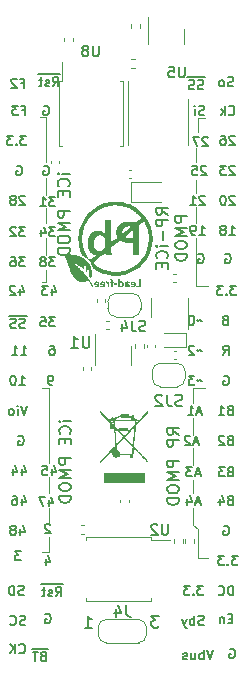
<source format=gbr>
G04 #@! TF.GenerationSoftware,KiCad,Pcbnew,(6.0.5)*
G04 #@! TF.CreationDate,2022-10-28T12:11:28-07:00*
G04 #@! TF.ProjectId,pico-ice,7069636f-2d69-4636-952e-6b696361645f,REV1*
G04 #@! TF.SameCoordinates,Original*
G04 #@! TF.FileFunction,Legend,Bot*
G04 #@! TF.FilePolarity,Positive*
%FSLAX46Y46*%
G04 Gerber Fmt 4.6, Leading zero omitted, Abs format (unit mm)*
G04 Created by KiCad (PCBNEW (6.0.5)) date 2022-10-28 12:11:28*
%MOMM*%
%LPD*%
G01*
G04 APERTURE LIST*
%ADD10C,0.120000*%
%ADD11C,0.150000*%
%ADD12C,0.127000*%
G04 APERTURE END LIST*
D10*
X66202718Y-114816071D02*
X66202718Y-116213071D01*
X66202718Y-119896071D02*
X66202718Y-121166071D01*
X78648718Y-98433071D02*
X78648718Y-98687071D01*
X78394718Y-115070071D02*
X78394718Y-116213071D01*
X70535800Y-94107000D02*
X70535800Y-94183200D01*
X78394718Y-107323071D02*
X78394718Y-108593071D01*
X65948718Y-98306071D02*
X65567718Y-98306071D01*
X78394718Y-117483071D02*
X78394718Y-118880071D01*
X78648718Y-91956071D02*
X78648718Y-93353071D01*
X65440718Y-84336071D02*
X65948718Y-84336071D01*
X65948718Y-89543071D02*
X65948718Y-90940071D01*
X78648718Y-89670071D02*
X78648718Y-90813071D01*
X78648718Y-94623071D02*
X78648718Y-98433071D01*
X78394718Y-109863071D02*
X78394718Y-111260071D01*
X66202718Y-121166071D02*
X65567718Y-121166071D01*
X79410718Y-107323071D02*
X78394718Y-107323071D01*
X78648718Y-98687071D02*
X79664718Y-98687071D01*
X65948718Y-97290071D02*
X65948718Y-98306071D01*
X78394718Y-118880071D02*
X78775718Y-119261071D01*
X65567718Y-107323071D02*
X66202718Y-107323071D01*
X78775718Y-84526571D02*
X78775718Y-85669571D01*
X78648718Y-87003071D02*
X78648718Y-88146071D01*
X79410718Y-84463071D02*
X78775718Y-84463071D01*
X65948718Y-92083071D02*
X65948718Y-93353071D01*
X78394718Y-112403071D02*
X78394718Y-113800071D01*
X65948718Y-84336071D02*
X65948718Y-88146071D01*
X66202718Y-117483071D02*
X66202718Y-118626071D01*
X78775718Y-119261071D02*
X78775718Y-121674071D01*
X66202718Y-107323071D02*
X66202718Y-113673071D01*
X78775718Y-121674071D02*
X79664718Y-121674071D01*
X65948718Y-94623071D02*
X65948718Y-96020071D01*
D11*
X63815098Y-104509975D02*
X64272241Y-104509975D01*
X64043670Y-104509975D02*
X64043670Y-103709975D01*
X64119860Y-103824261D01*
X64196051Y-103900451D01*
X64272241Y-103938547D01*
X63053194Y-104509975D02*
X63510337Y-104509975D01*
X63281765Y-104509975D02*
X63281765Y-103709975D01*
X63357956Y-103824261D01*
X63434146Y-103900451D01*
X63510337Y-103938547D01*
X79410622Y-81005071D02*
X78648718Y-81005071D01*
X79258241Y-81992880D02*
X79143956Y-82030975D01*
X78953479Y-82030975D01*
X78877289Y-81992880D01*
X78839194Y-81954785D01*
X78801098Y-81878594D01*
X78801098Y-81802404D01*
X78839194Y-81726213D01*
X78877289Y-81688118D01*
X78953479Y-81650023D01*
X79105860Y-81611928D01*
X79182051Y-81573832D01*
X79220146Y-81535737D01*
X79258241Y-81459547D01*
X79258241Y-81383356D01*
X79220146Y-81307166D01*
X79182051Y-81269071D01*
X79105860Y-81230975D01*
X78915384Y-81230975D01*
X78801098Y-81269071D01*
X78648718Y-81005071D02*
X77886813Y-81005071D01*
X78496337Y-81992880D02*
X78382051Y-82030975D01*
X78191575Y-82030975D01*
X78115384Y-81992880D01*
X78077289Y-81954785D01*
X78039194Y-81878594D01*
X78039194Y-81802404D01*
X78077289Y-81726213D01*
X78115384Y-81688118D01*
X78191575Y-81650023D01*
X78343956Y-81611928D01*
X78420146Y-81573832D01*
X78458241Y-81535737D01*
X78496337Y-81459547D01*
X78496337Y-81383356D01*
X78458241Y-81307166D01*
X78420146Y-81269071D01*
X78343956Y-81230975D01*
X78153479Y-81230975D01*
X78039194Y-81269071D01*
X66177289Y-116803642D02*
X66177289Y-117336975D01*
X66367765Y-116498880D02*
X66558241Y-117070309D01*
X66063003Y-117070309D01*
X65834432Y-116536975D02*
X65301098Y-116536975D01*
X65643956Y-117336975D01*
X66304289Y-118899166D02*
X66266194Y-118861071D01*
X66190003Y-118822975D01*
X65999527Y-118822975D01*
X65923337Y-118861071D01*
X65885241Y-118899166D01*
X65847146Y-118975356D01*
X65847146Y-119051547D01*
X65885241Y-119165832D01*
X66342384Y-119622975D01*
X65847146Y-119622975D01*
X82153813Y-121489975D02*
X81658575Y-121489975D01*
X81925241Y-121794737D01*
X81810956Y-121794737D01*
X81734765Y-121832832D01*
X81696670Y-121870928D01*
X81658575Y-121947118D01*
X81658575Y-122137594D01*
X81696670Y-122213785D01*
X81734765Y-122251880D01*
X81810956Y-122289975D01*
X82039527Y-122289975D01*
X82115718Y-122251880D01*
X82153813Y-122213785D01*
X81315718Y-122213785D02*
X81277622Y-122251880D01*
X81315718Y-122289975D01*
X81353813Y-122251880D01*
X81315718Y-122213785D01*
X81315718Y-122289975D01*
X81010956Y-121489975D02*
X80515718Y-121489975D01*
X80782384Y-121794737D01*
X80668098Y-121794737D01*
X80591908Y-121832832D01*
X80553813Y-121870928D01*
X80515718Y-121947118D01*
X80515718Y-122137594D01*
X80553813Y-122213785D01*
X80591908Y-122251880D01*
X80668098Y-122289975D01*
X80896670Y-122289975D01*
X80972860Y-122251880D01*
X81010956Y-122213785D01*
X66723337Y-91136975D02*
X66228098Y-91136975D01*
X66494765Y-91441737D01*
X66380479Y-91441737D01*
X66304289Y-91479832D01*
X66266194Y-91517928D01*
X66228098Y-91594118D01*
X66228098Y-91784594D01*
X66266194Y-91860785D01*
X66304289Y-91898880D01*
X66380479Y-91936975D01*
X66609051Y-91936975D01*
X66685241Y-91898880D01*
X66723337Y-91860785D01*
X65466194Y-91936975D02*
X65923337Y-91936975D01*
X65694765Y-91936975D02*
X65694765Y-91136975D01*
X65770956Y-91251261D01*
X65847146Y-91327451D01*
X65923337Y-91365547D01*
X68052098Y-110117499D02*
X67385432Y-110117499D01*
X67052098Y-110117499D02*
X67099718Y-110069880D01*
X67147337Y-110117499D01*
X67099718Y-110165118D01*
X67052098Y-110117499D01*
X67147337Y-110117499D01*
X67956860Y-111165118D02*
X68004479Y-111117499D01*
X68052098Y-110974642D01*
X68052098Y-110879404D01*
X68004479Y-110736547D01*
X67909241Y-110641309D01*
X67814003Y-110593690D01*
X67623527Y-110546071D01*
X67480670Y-110546071D01*
X67290194Y-110593690D01*
X67194956Y-110641309D01*
X67099718Y-110736547D01*
X67052098Y-110879404D01*
X67052098Y-110974642D01*
X67099718Y-111117499D01*
X67147337Y-111165118D01*
X67528289Y-111593690D02*
X67528289Y-111927023D01*
X68052098Y-112069880D02*
X68052098Y-111593690D01*
X67052098Y-111593690D01*
X67052098Y-112069880D01*
X68052098Y-113260356D02*
X67052098Y-113260356D01*
X67052098Y-113641309D01*
X67099718Y-113736547D01*
X67147337Y-113784166D01*
X67242575Y-113831785D01*
X67385432Y-113831785D01*
X67480670Y-113784166D01*
X67528289Y-113736547D01*
X67575908Y-113641309D01*
X67575908Y-113260356D01*
X68052098Y-114260356D02*
X67052098Y-114260356D01*
X67766384Y-114593690D01*
X67052098Y-114927023D01*
X68052098Y-114927023D01*
X67052098Y-115593690D02*
X67052098Y-115784166D01*
X67099718Y-115879404D01*
X67194956Y-115974642D01*
X67385432Y-116022261D01*
X67718765Y-116022261D01*
X67909241Y-115974642D01*
X68004479Y-115879404D01*
X68052098Y-115784166D01*
X68052098Y-115593690D01*
X68004479Y-115498451D01*
X67909241Y-115403213D01*
X67718765Y-115355594D01*
X67385432Y-115355594D01*
X67194956Y-115403213D01*
X67099718Y-115498451D01*
X67052098Y-115593690D01*
X68052098Y-116450832D02*
X67052098Y-116450832D01*
X67052098Y-116688928D01*
X67099718Y-116831785D01*
X67194956Y-116927023D01*
X67290194Y-116974642D01*
X67480670Y-117022261D01*
X67623527Y-117022261D01*
X67814003Y-116974642D01*
X67909241Y-116927023D01*
X68004479Y-116831785D01*
X68052098Y-116688928D01*
X68052098Y-116450832D01*
X78928098Y-94349975D02*
X79385241Y-94349975D01*
X79156670Y-94349975D02*
X79156670Y-93549975D01*
X79232860Y-93664261D01*
X79309051Y-93740451D01*
X79385241Y-93778547D01*
X78547146Y-94349975D02*
X78394765Y-94349975D01*
X78318575Y-94311880D01*
X78280479Y-94273785D01*
X78204289Y-94159499D01*
X78166194Y-94007118D01*
X78166194Y-93702356D01*
X78204289Y-93626166D01*
X78242384Y-93588071D01*
X78318575Y-93549975D01*
X78470956Y-93549975D01*
X78547146Y-93588071D01*
X78585241Y-93626166D01*
X78623337Y-93702356D01*
X78623337Y-93892832D01*
X78585241Y-93969023D01*
X78547146Y-94007118D01*
X78470956Y-94045213D01*
X78318575Y-94045213D01*
X78242384Y-94007118D01*
X78204289Y-93969023D01*
X78166194Y-93892832D01*
X67409098Y-123931071D02*
X66609098Y-123931071D01*
X66761479Y-124956975D02*
X67028146Y-124576023D01*
X67218622Y-124956975D02*
X67218622Y-124156975D01*
X66913860Y-124156975D01*
X66837670Y-124195071D01*
X66799575Y-124233166D01*
X66761479Y-124309356D01*
X66761479Y-124423642D01*
X66799575Y-124499832D01*
X66837670Y-124537928D01*
X66913860Y-124576023D01*
X67218622Y-124576023D01*
X66609098Y-123931071D02*
X65961479Y-123931071D01*
X66456718Y-124918880D02*
X66380527Y-124956975D01*
X66228146Y-124956975D01*
X66151956Y-124918880D01*
X66113860Y-124842690D01*
X66113860Y-124804594D01*
X66151956Y-124728404D01*
X66228146Y-124690309D01*
X66342432Y-124690309D01*
X66418622Y-124652213D01*
X66456718Y-124576023D01*
X66456718Y-124537928D01*
X66418622Y-124461737D01*
X66342432Y-124423642D01*
X66228146Y-124423642D01*
X66151956Y-124461737D01*
X65961479Y-123931071D02*
X65504337Y-123931071D01*
X65885289Y-124423642D02*
X65580527Y-124423642D01*
X65771003Y-124156975D02*
X65771003Y-124842690D01*
X65732908Y-124918880D01*
X65656718Y-124956975D01*
X65580527Y-124956975D01*
X63764289Y-119216642D02*
X63764289Y-119749975D01*
X63954765Y-118911880D02*
X64145241Y-119483309D01*
X63650003Y-119483309D01*
X63230956Y-119292832D02*
X63307146Y-119254737D01*
X63345241Y-119216642D01*
X63383337Y-119140451D01*
X63383337Y-119102356D01*
X63345241Y-119026166D01*
X63307146Y-118988071D01*
X63230956Y-118949975D01*
X63078575Y-118949975D01*
X63002384Y-118988071D01*
X62964289Y-119026166D01*
X62926194Y-119102356D01*
X62926194Y-119140451D01*
X62964289Y-119216642D01*
X63002384Y-119254737D01*
X63078575Y-119292832D01*
X63230956Y-119292832D01*
X63307146Y-119330928D01*
X63345241Y-119369023D01*
X63383337Y-119445213D01*
X63383337Y-119597594D01*
X63345241Y-119673785D01*
X63307146Y-119711880D01*
X63230956Y-119749975D01*
X63078575Y-119749975D01*
X63002384Y-119711880D01*
X62964289Y-119673785D01*
X62926194Y-119597594D01*
X62926194Y-119445213D01*
X62964289Y-119369023D01*
X63002384Y-119330928D01*
X63078575Y-119292832D01*
X66723337Y-96216975D02*
X66228098Y-96216975D01*
X66494765Y-96521737D01*
X66380479Y-96521737D01*
X66304289Y-96559832D01*
X66266194Y-96597928D01*
X66228098Y-96674118D01*
X66228098Y-96864594D01*
X66266194Y-96940785D01*
X66304289Y-96978880D01*
X66380479Y-97016975D01*
X66609051Y-97016975D01*
X66685241Y-96978880D01*
X66723337Y-96940785D01*
X65770956Y-96559832D02*
X65847146Y-96521737D01*
X65885241Y-96483642D01*
X65923337Y-96407451D01*
X65923337Y-96369356D01*
X65885241Y-96293166D01*
X65847146Y-96255071D01*
X65770956Y-96216975D01*
X65618575Y-96216975D01*
X65542384Y-96255071D01*
X65504289Y-96293166D01*
X65466194Y-96369356D01*
X65466194Y-96407451D01*
X65504289Y-96483642D01*
X65542384Y-96521737D01*
X65618575Y-96559832D01*
X65770956Y-96559832D01*
X65847146Y-96597928D01*
X65885241Y-96636023D01*
X65923337Y-96712213D01*
X65923337Y-96864594D01*
X65885241Y-96940785D01*
X65847146Y-96978880D01*
X65770956Y-97016975D01*
X65618575Y-97016975D01*
X65542384Y-96978880D01*
X65504289Y-96940785D01*
X65466194Y-96864594D01*
X65466194Y-96712213D01*
X65504289Y-96636023D01*
X65542384Y-96597928D01*
X65618575Y-96559832D01*
X63453194Y-88508071D02*
X63529384Y-88469975D01*
X63643670Y-88469975D01*
X63757956Y-88508071D01*
X63834146Y-88584261D01*
X63872241Y-88660451D01*
X63910337Y-88812832D01*
X63910337Y-88927118D01*
X63872241Y-89079499D01*
X63834146Y-89155690D01*
X63757956Y-89231880D01*
X63643670Y-89269975D01*
X63567479Y-89269975D01*
X63453194Y-89231880D01*
X63415098Y-89193785D01*
X63415098Y-88927118D01*
X63567479Y-88927118D01*
X66431289Y-98896642D02*
X66431289Y-99429975D01*
X66621765Y-98591880D02*
X66812241Y-99163309D01*
X66317003Y-99163309D01*
X66088432Y-98629975D02*
X65593194Y-98629975D01*
X65859860Y-98934737D01*
X65745575Y-98934737D01*
X65669384Y-98972832D01*
X65631289Y-99010928D01*
X65593194Y-99087118D01*
X65593194Y-99277594D01*
X65631289Y-99353785D01*
X65669384Y-99391880D01*
X65745575Y-99429975D01*
X65974146Y-99429975D01*
X66050337Y-99391880D01*
X66088432Y-99353785D01*
X79289956Y-127331880D02*
X79175670Y-127369975D01*
X78985194Y-127369975D01*
X78909003Y-127331880D01*
X78870908Y-127293785D01*
X78832813Y-127217594D01*
X78832813Y-127141404D01*
X78870908Y-127065213D01*
X78909003Y-127027118D01*
X78985194Y-126989023D01*
X79137575Y-126950928D01*
X79213765Y-126912832D01*
X79251860Y-126874737D01*
X79289956Y-126798547D01*
X79289956Y-126722356D01*
X79251860Y-126646166D01*
X79213765Y-126608071D01*
X79137575Y-126569975D01*
X78947098Y-126569975D01*
X78832813Y-126608071D01*
X78489956Y-127369975D02*
X78489956Y-126569975D01*
X78489956Y-126874737D02*
X78413765Y-126836642D01*
X78261384Y-126836642D01*
X78185194Y-126874737D01*
X78147098Y-126912832D01*
X78109003Y-126989023D01*
X78109003Y-127217594D01*
X78147098Y-127293785D01*
X78185194Y-127331880D01*
X78261384Y-127369975D01*
X78413765Y-127369975D01*
X78489956Y-127331880D01*
X77842337Y-126836642D02*
X77651860Y-127369975D01*
X77461384Y-126836642D02*
X77651860Y-127369975D01*
X77728051Y-127560451D01*
X77766146Y-127598547D01*
X77842337Y-127636642D01*
X81512527Y-111710928D02*
X81398241Y-111749023D01*
X81360146Y-111787118D01*
X81322051Y-111863309D01*
X81322051Y-111977594D01*
X81360146Y-112053785D01*
X81398241Y-112091880D01*
X81474432Y-112129975D01*
X81779194Y-112129975D01*
X81779194Y-111329975D01*
X81512527Y-111329975D01*
X81436337Y-111368071D01*
X81398241Y-111406166D01*
X81360146Y-111482356D01*
X81360146Y-111558547D01*
X81398241Y-111634737D01*
X81436337Y-111672832D01*
X81512527Y-111710928D01*
X81779194Y-111710928D01*
X81017289Y-111406166D02*
X80979194Y-111368071D01*
X80903003Y-111329975D01*
X80712527Y-111329975D01*
X80636337Y-111368071D01*
X80598241Y-111406166D01*
X80560146Y-111482356D01*
X80560146Y-111558547D01*
X80598241Y-111672832D01*
X81055384Y-112129975D01*
X80560146Y-112129975D01*
X63700789Y-98896642D02*
X63700789Y-99429975D01*
X63891265Y-98591880D02*
X64081741Y-99163309D01*
X63586503Y-99163309D01*
X63319837Y-98706166D02*
X63281741Y-98668071D01*
X63205551Y-98629975D01*
X63015075Y-98629975D01*
X62938884Y-98668071D01*
X62900789Y-98706166D01*
X62862694Y-98782356D01*
X62862694Y-98858547D01*
X62900789Y-98972832D01*
X63357932Y-99429975D01*
X62862694Y-99429975D01*
X66431289Y-114136642D02*
X66431289Y-114669975D01*
X66621765Y-113831880D02*
X66812241Y-114403309D01*
X66317003Y-114403309D01*
X65631289Y-113869975D02*
X66012241Y-113869975D01*
X66050337Y-114250928D01*
X66012241Y-114212832D01*
X65936051Y-114174737D01*
X65745575Y-114174737D01*
X65669384Y-114212832D01*
X65631289Y-114250928D01*
X65593194Y-114327118D01*
X65593194Y-114517594D01*
X65631289Y-114593785D01*
X65669384Y-114631880D01*
X65745575Y-114669975D01*
X65936051Y-114669975D01*
X66012241Y-114631880D01*
X66050337Y-114593785D01*
X80979194Y-106288071D02*
X81055384Y-106249975D01*
X81169670Y-106249975D01*
X81283956Y-106288071D01*
X81360146Y-106364261D01*
X81398241Y-106440451D01*
X81436337Y-106592832D01*
X81436337Y-106707118D01*
X81398241Y-106859499D01*
X81360146Y-106935690D01*
X81283956Y-107011880D01*
X81169670Y-107049975D01*
X81093479Y-107049975D01*
X80979194Y-107011880D01*
X80941098Y-106973785D01*
X80941098Y-106707118D01*
X81093479Y-106707118D01*
X64297622Y-101198071D02*
X63535718Y-101198071D01*
X64145241Y-102185880D02*
X64030956Y-102223975D01*
X63840479Y-102223975D01*
X63764289Y-102185880D01*
X63726194Y-102147785D01*
X63688098Y-102071594D01*
X63688098Y-101995404D01*
X63726194Y-101919213D01*
X63764289Y-101881118D01*
X63840479Y-101843023D01*
X63992860Y-101804928D01*
X64069051Y-101766832D01*
X64107146Y-101728737D01*
X64145241Y-101652547D01*
X64145241Y-101576356D01*
X64107146Y-101500166D01*
X64069051Y-101462071D01*
X63992860Y-101423975D01*
X63802384Y-101423975D01*
X63688098Y-101462071D01*
X63535718Y-101198071D02*
X62773813Y-101198071D01*
X63383337Y-102185880D02*
X63269051Y-102223975D01*
X63078575Y-102223975D01*
X63002384Y-102185880D01*
X62964289Y-102147785D01*
X62926194Y-102071594D01*
X62926194Y-101995404D01*
X62964289Y-101919213D01*
X63002384Y-101881118D01*
X63078575Y-101843023D01*
X63230956Y-101804928D01*
X63307146Y-101766832D01*
X63345241Y-101728737D01*
X63383337Y-101652547D01*
X63383337Y-101576356D01*
X63345241Y-101500166D01*
X63307146Y-101462071D01*
X63230956Y-101423975D01*
X63040479Y-101423975D01*
X62926194Y-101462071D01*
X64246813Y-85929975D02*
X63751575Y-85929975D01*
X64018241Y-86234737D01*
X63903956Y-86234737D01*
X63827765Y-86272832D01*
X63789670Y-86310928D01*
X63751575Y-86387118D01*
X63751575Y-86577594D01*
X63789670Y-86653785D01*
X63827765Y-86691880D01*
X63903956Y-86729975D01*
X64132527Y-86729975D01*
X64208718Y-86691880D01*
X64246813Y-86653785D01*
X63408718Y-86653785D02*
X63370622Y-86691880D01*
X63408718Y-86729975D01*
X63446813Y-86691880D01*
X63408718Y-86653785D01*
X63408718Y-86729975D01*
X63103956Y-85929975D02*
X62608718Y-85929975D01*
X62875384Y-86234737D01*
X62761098Y-86234737D01*
X62684908Y-86272832D01*
X62646813Y-86310928D01*
X62608718Y-86387118D01*
X62608718Y-86577594D01*
X62646813Y-86653785D01*
X62684908Y-86691880D01*
X62761098Y-86729975D01*
X62989670Y-86729975D01*
X63065860Y-86691880D01*
X63103956Y-86653785D01*
X80941098Y-104509975D02*
X81207765Y-104129023D01*
X81398241Y-104509975D02*
X81398241Y-103709975D01*
X81093479Y-103709975D01*
X81017289Y-103748071D01*
X80979194Y-103786166D01*
X80941098Y-103862356D01*
X80941098Y-103976642D01*
X80979194Y-104052832D01*
X81017289Y-104090928D01*
X81093479Y-104129023D01*
X81398241Y-104129023D01*
X77196098Y-111260404D02*
X76719908Y-110927071D01*
X77196098Y-110688975D02*
X76196098Y-110688975D01*
X76196098Y-111069928D01*
X76243718Y-111165166D01*
X76291337Y-111212785D01*
X76386575Y-111260404D01*
X76529432Y-111260404D01*
X76624670Y-111212785D01*
X76672289Y-111165166D01*
X76719908Y-111069928D01*
X76719908Y-110688975D01*
X77196098Y-111688975D02*
X76196098Y-111688975D01*
X76196098Y-112069928D01*
X76243718Y-112165166D01*
X76291337Y-112212785D01*
X76386575Y-112260404D01*
X76529432Y-112260404D01*
X76624670Y-112212785D01*
X76672289Y-112165166D01*
X76719908Y-112069928D01*
X76719908Y-111688975D01*
X77196098Y-113450880D02*
X76196098Y-113450880D01*
X76196098Y-113831832D01*
X76243718Y-113927071D01*
X76291337Y-113974690D01*
X76386575Y-114022309D01*
X76529432Y-114022309D01*
X76624670Y-113974690D01*
X76672289Y-113927071D01*
X76719908Y-113831832D01*
X76719908Y-113450880D01*
X77196098Y-114450880D02*
X76196098Y-114450880D01*
X76910384Y-114784213D01*
X76196098Y-115117547D01*
X77196098Y-115117547D01*
X76196098Y-115784213D02*
X76196098Y-115974690D01*
X76243718Y-116069928D01*
X76338956Y-116165166D01*
X76529432Y-116212785D01*
X76862765Y-116212785D01*
X77053241Y-116165166D01*
X77148479Y-116069928D01*
X77196098Y-115974690D01*
X77196098Y-115784213D01*
X77148479Y-115688975D01*
X77053241Y-115593737D01*
X76862765Y-115546118D01*
X76529432Y-115546118D01*
X76338956Y-115593737D01*
X76243718Y-115688975D01*
X76196098Y-115784213D01*
X77196098Y-116641356D02*
X76196098Y-116641356D01*
X76196098Y-116879451D01*
X76243718Y-117022309D01*
X76338956Y-117117547D01*
X76434194Y-117165166D01*
X76624670Y-117212785D01*
X76767527Y-117212785D01*
X76958003Y-117165166D01*
X77053241Y-117117547D01*
X77148479Y-117022309D01*
X77196098Y-116879451D01*
X77196098Y-116641356D01*
X64145241Y-91086166D02*
X64107146Y-91048071D01*
X64030956Y-91009975D01*
X63840479Y-91009975D01*
X63764289Y-91048071D01*
X63726194Y-91086166D01*
X63688098Y-91162356D01*
X63688098Y-91238547D01*
X63726194Y-91352832D01*
X64183337Y-91809975D01*
X63688098Y-91809975D01*
X63230956Y-91352832D02*
X63307146Y-91314737D01*
X63345241Y-91276642D01*
X63383337Y-91200451D01*
X63383337Y-91162356D01*
X63345241Y-91086166D01*
X63307146Y-91048071D01*
X63230956Y-91009975D01*
X63078575Y-91009975D01*
X63002384Y-91048071D01*
X62964289Y-91086166D01*
X62926194Y-91162356D01*
X62926194Y-91200451D01*
X62964289Y-91276642D01*
X63002384Y-91314737D01*
X63078575Y-91352832D01*
X63230956Y-91352832D01*
X63307146Y-91390928D01*
X63345241Y-91429023D01*
X63383337Y-91505213D01*
X63383337Y-91657594D01*
X63345241Y-91733785D01*
X63307146Y-91771880D01*
X63230956Y-91809975D01*
X63078575Y-91809975D01*
X63002384Y-91771880D01*
X62964289Y-91733785D01*
X62926194Y-91657594D01*
X62926194Y-91505213D01*
X62964289Y-91429023D01*
X63002384Y-91390928D01*
X63078575Y-91352832D01*
X79512241Y-88546166D02*
X79474146Y-88508071D01*
X79397956Y-88469975D01*
X79207479Y-88469975D01*
X79131289Y-88508071D01*
X79093194Y-88546166D01*
X79055098Y-88622356D01*
X79055098Y-88698547D01*
X79093194Y-88812832D01*
X79550337Y-89269975D01*
X79055098Y-89269975D01*
X78331289Y-88469975D02*
X78712241Y-88469975D01*
X78750337Y-88850928D01*
X78712241Y-88812832D01*
X78636051Y-88774737D01*
X78445575Y-88774737D01*
X78369384Y-88812832D01*
X78331289Y-88850928D01*
X78293194Y-88927118D01*
X78293194Y-89117594D01*
X78331289Y-89193785D01*
X78369384Y-89231880D01*
X78445575Y-89269975D01*
X78636051Y-89269975D01*
X78712241Y-89231880D01*
X78750337Y-89193785D01*
X79385241Y-91086166D02*
X79347146Y-91048071D01*
X79270956Y-91009975D01*
X79080479Y-91009975D01*
X79004289Y-91048071D01*
X78966194Y-91086166D01*
X78928098Y-91162356D01*
X78928098Y-91238547D01*
X78966194Y-91352832D01*
X79423337Y-91809975D01*
X78928098Y-91809975D01*
X78166194Y-91809975D02*
X78623337Y-91809975D01*
X78394765Y-91809975D02*
X78394765Y-91009975D01*
X78470956Y-91124261D01*
X78547146Y-91200451D01*
X78623337Y-91238547D01*
X81925241Y-91086166D02*
X81887146Y-91048071D01*
X81810956Y-91009975D01*
X81620479Y-91009975D01*
X81544289Y-91048071D01*
X81506194Y-91086166D01*
X81468098Y-91162356D01*
X81468098Y-91238547D01*
X81506194Y-91352832D01*
X81963337Y-91809975D01*
X81468098Y-91809975D01*
X80972860Y-91009975D02*
X80896670Y-91009975D01*
X80820479Y-91048071D01*
X80782384Y-91086166D01*
X80744289Y-91162356D01*
X80706194Y-91314737D01*
X80706194Y-91505213D01*
X80744289Y-91657594D01*
X80782384Y-91733785D01*
X80820479Y-91771880D01*
X80896670Y-91809975D01*
X80972860Y-91809975D01*
X81049051Y-91771880D01*
X81087146Y-91733785D01*
X81125241Y-91657594D01*
X81163337Y-91505213D01*
X81163337Y-91314737D01*
X81125241Y-91162356D01*
X81087146Y-91086166D01*
X81049051Y-91048071D01*
X80972860Y-91009975D01*
X64164289Y-127331880D02*
X64050003Y-127369975D01*
X63859527Y-127369975D01*
X63783337Y-127331880D01*
X63745241Y-127293785D01*
X63707146Y-127217594D01*
X63707146Y-127141404D01*
X63745241Y-127065213D01*
X63783337Y-127027118D01*
X63859527Y-126989023D01*
X64011908Y-126950928D01*
X64088098Y-126912832D01*
X64126194Y-126874737D01*
X64164289Y-126798547D01*
X64164289Y-126722356D01*
X64126194Y-126646166D01*
X64088098Y-126608071D01*
X64011908Y-126569975D01*
X63821432Y-126569975D01*
X63707146Y-126608071D01*
X62907146Y-127293785D02*
X62945241Y-127331880D01*
X63059527Y-127369975D01*
X63135718Y-127369975D01*
X63250003Y-127331880D01*
X63326194Y-127255690D01*
X63364289Y-127179499D01*
X63402384Y-127027118D01*
X63402384Y-126912832D01*
X63364289Y-126760451D01*
X63326194Y-126684261D01*
X63250003Y-126608071D01*
X63135718Y-126569975D01*
X63059527Y-126569975D01*
X62945241Y-126608071D01*
X62907146Y-126646166D01*
X63688098Y-107049975D02*
X64145241Y-107049975D01*
X63916670Y-107049975D02*
X63916670Y-106249975D01*
X63992860Y-106364261D01*
X64069051Y-106440451D01*
X64145241Y-106478547D01*
X63192860Y-106249975D02*
X63116670Y-106249975D01*
X63040479Y-106288071D01*
X63002384Y-106326166D01*
X62964289Y-106402356D01*
X62926194Y-106554737D01*
X62926194Y-106745213D01*
X62964289Y-106897594D01*
X63002384Y-106973785D01*
X63040479Y-107011880D01*
X63116670Y-107049975D01*
X63192860Y-107049975D01*
X63269051Y-107011880D01*
X63307146Y-106973785D01*
X63345241Y-106897594D01*
X63383337Y-106745213D01*
X63383337Y-106554737D01*
X63345241Y-106402356D01*
X63307146Y-106326166D01*
X63269051Y-106288071D01*
X63192860Y-106249975D01*
X66482098Y-107049975D02*
X66329718Y-107049975D01*
X66253527Y-107011880D01*
X66215432Y-106973785D01*
X66139241Y-106859499D01*
X66101146Y-106707118D01*
X66101146Y-106402356D01*
X66139241Y-106326166D01*
X66177337Y-106288071D01*
X66253527Y-106249975D01*
X66405908Y-106249975D01*
X66482098Y-106288071D01*
X66520194Y-106326166D01*
X66558289Y-106402356D01*
X66558289Y-106592832D01*
X66520194Y-106669023D01*
X66482098Y-106707118D01*
X66405908Y-106745213D01*
X66253527Y-106745213D01*
X66177337Y-106707118D01*
X66139241Y-106669023D01*
X66101146Y-106592832D01*
X63580194Y-111368071D02*
X63656384Y-111329975D01*
X63770670Y-111329975D01*
X63884956Y-111368071D01*
X63961146Y-111444261D01*
X63999241Y-111520451D01*
X64037337Y-111672832D01*
X64037337Y-111787118D01*
X63999241Y-111939499D01*
X63961146Y-112015690D01*
X63884956Y-112091880D01*
X63770670Y-112129975D01*
X63694479Y-112129975D01*
X63580194Y-112091880D01*
X63542098Y-112053785D01*
X63542098Y-111787118D01*
X63694479Y-111787118D01*
X80090003Y-129490975D02*
X79823337Y-130290975D01*
X79556670Y-129490975D01*
X79290003Y-130290975D02*
X79290003Y-129490975D01*
X79290003Y-129795737D02*
X79213813Y-129757642D01*
X79061432Y-129757642D01*
X78985241Y-129795737D01*
X78947146Y-129833832D01*
X78909051Y-129910023D01*
X78909051Y-130138594D01*
X78947146Y-130214785D01*
X78985241Y-130252880D01*
X79061432Y-130290975D01*
X79213813Y-130290975D01*
X79290003Y-130252880D01*
X78223337Y-129757642D02*
X78223337Y-130290975D01*
X78566194Y-129757642D02*
X78566194Y-130176690D01*
X78528098Y-130252880D01*
X78451908Y-130290975D01*
X78337622Y-130290975D01*
X78261432Y-130252880D01*
X78223337Y-130214785D01*
X77880479Y-130252880D02*
X77804289Y-130290975D01*
X77651908Y-130290975D01*
X77575718Y-130252880D01*
X77537622Y-130176690D01*
X77537622Y-130138594D01*
X77575718Y-130062404D01*
X77651908Y-130024309D01*
X77766194Y-130024309D01*
X77842384Y-129986213D01*
X77880479Y-129910023D01*
X77880479Y-129871928D01*
X77842384Y-129795737D01*
X77766194Y-129757642D01*
X77651908Y-129757642D01*
X77575718Y-129795737D01*
X65923337Y-121756642D02*
X65923337Y-122289975D01*
X66113813Y-121451880D02*
X66304289Y-122023309D01*
X65809051Y-122023309D01*
X79112194Y-104205213D02*
X79074098Y-104167118D01*
X78997908Y-104129023D01*
X78845527Y-104205213D01*
X78769337Y-104167118D01*
X78731241Y-104129023D01*
X78464575Y-103786166D02*
X78426479Y-103748071D01*
X78350289Y-103709975D01*
X78159813Y-103709975D01*
X78083622Y-103748071D01*
X78045527Y-103786166D01*
X78007432Y-103862356D01*
X78007432Y-103938547D01*
X78045527Y-104052832D01*
X78502670Y-104509975D01*
X78007432Y-104509975D01*
X81512527Y-109170928D02*
X81398241Y-109209023D01*
X81360146Y-109247118D01*
X81322051Y-109323309D01*
X81322051Y-109437594D01*
X81360146Y-109513785D01*
X81398241Y-109551880D01*
X81474432Y-109589975D01*
X81779194Y-109589975D01*
X81779194Y-108789975D01*
X81512527Y-108789975D01*
X81436337Y-108828071D01*
X81398241Y-108866166D01*
X81360146Y-108942356D01*
X81360146Y-109018547D01*
X81398241Y-109094737D01*
X81436337Y-109132832D01*
X81512527Y-109170928D01*
X81779194Y-109170928D01*
X80560146Y-109589975D02*
X81017289Y-109589975D01*
X80788718Y-109589975D02*
X80788718Y-108789975D01*
X80864908Y-108904261D01*
X80941098Y-108980451D01*
X81017289Y-109018547D01*
X65866194Y-126481071D02*
X65942384Y-126442975D01*
X66056670Y-126442975D01*
X66170956Y-126481071D01*
X66247146Y-126557261D01*
X66285241Y-126633451D01*
X66323337Y-126785832D01*
X66323337Y-126900118D01*
X66285241Y-127052499D01*
X66247146Y-127128690D01*
X66170956Y-127204880D01*
X66056670Y-127242975D01*
X65980479Y-127242975D01*
X65866194Y-127204880D01*
X65828098Y-127166785D01*
X65828098Y-126900118D01*
X65980479Y-126900118D01*
X78966146Y-116981404D02*
X78585194Y-116981404D01*
X79042337Y-117209975D02*
X78775670Y-116409975D01*
X78509003Y-117209975D01*
X77899479Y-116676642D02*
X77899479Y-117209975D01*
X78089956Y-116371880D02*
X78280432Y-116943309D01*
X77785194Y-116943309D01*
X79112194Y-106745213D02*
X79074098Y-106707118D01*
X78997908Y-106669023D01*
X78845527Y-106745213D01*
X78769337Y-106707118D01*
X78731241Y-106669023D01*
X78502670Y-106249975D02*
X78007432Y-106249975D01*
X78274098Y-106554737D01*
X78159813Y-106554737D01*
X78083622Y-106592832D01*
X78045527Y-106630928D01*
X78007432Y-106707118D01*
X78007432Y-106897594D01*
X78045527Y-106973785D01*
X78083622Y-107011880D01*
X78159813Y-107049975D01*
X78388384Y-107049975D01*
X78464575Y-107011880D01*
X78502670Y-106973785D01*
X82026813Y-98629975D02*
X81531575Y-98629975D01*
X81798241Y-98934737D01*
X81683956Y-98934737D01*
X81607765Y-98972832D01*
X81569670Y-99010928D01*
X81531575Y-99087118D01*
X81531575Y-99277594D01*
X81569670Y-99353785D01*
X81607765Y-99391880D01*
X81683956Y-99429975D01*
X81912527Y-99429975D01*
X81988718Y-99391880D01*
X82026813Y-99353785D01*
X81188718Y-99353785D02*
X81150622Y-99391880D01*
X81188718Y-99429975D01*
X81226813Y-99391880D01*
X81188718Y-99353785D01*
X81188718Y-99429975D01*
X80883956Y-98629975D02*
X80388718Y-98629975D01*
X80655384Y-98934737D01*
X80541098Y-98934737D01*
X80464908Y-98972832D01*
X80426813Y-99010928D01*
X80388718Y-99087118D01*
X80388718Y-99277594D01*
X80426813Y-99353785D01*
X80464908Y-99391880D01*
X80541098Y-99429975D01*
X80769670Y-99429975D01*
X80845860Y-99391880D01*
X80883956Y-99353785D01*
X67155098Y-80751071D02*
X66355098Y-80751071D01*
X66507479Y-81776975D02*
X66774146Y-81396023D01*
X66964622Y-81776975D02*
X66964622Y-80976975D01*
X66659860Y-80976975D01*
X66583670Y-81015071D01*
X66545575Y-81053166D01*
X66507479Y-81129356D01*
X66507479Y-81243642D01*
X66545575Y-81319832D01*
X66583670Y-81357928D01*
X66659860Y-81396023D01*
X66964622Y-81396023D01*
X66355098Y-80751071D02*
X65707479Y-80751071D01*
X66202718Y-81738880D02*
X66126527Y-81776975D01*
X65974146Y-81776975D01*
X65897956Y-81738880D01*
X65859860Y-81662690D01*
X65859860Y-81624594D01*
X65897956Y-81548404D01*
X65974146Y-81510309D01*
X66088432Y-81510309D01*
X66164622Y-81472213D01*
X66202718Y-81396023D01*
X66202718Y-81357928D01*
X66164622Y-81281737D01*
X66088432Y-81243642D01*
X65974146Y-81243642D01*
X65897956Y-81281737D01*
X65707479Y-80751071D02*
X65250337Y-80751071D01*
X65631289Y-81243642D02*
X65326527Y-81243642D01*
X65517003Y-80976975D02*
X65517003Y-81662690D01*
X65478908Y-81738880D01*
X65402718Y-81776975D01*
X65326527Y-81776975D01*
X63891289Y-116676642D02*
X63891289Y-117209975D01*
X64081765Y-116371880D02*
X64272241Y-116943309D01*
X63777003Y-116943309D01*
X63129384Y-116409975D02*
X63281765Y-116409975D01*
X63357956Y-116448071D01*
X63396051Y-116486166D01*
X63472241Y-116600451D01*
X63510337Y-116752832D01*
X63510337Y-117057594D01*
X63472241Y-117133785D01*
X63434146Y-117171880D01*
X63357956Y-117209975D01*
X63205575Y-117209975D01*
X63129384Y-117171880D01*
X63091289Y-117133785D01*
X63053194Y-117057594D01*
X63053194Y-116867118D01*
X63091289Y-116790928D01*
X63129384Y-116752832D01*
X63205575Y-116714737D01*
X63357956Y-116714737D01*
X63434146Y-116752832D01*
X63472241Y-116790928D01*
X63510337Y-116867118D01*
X79639241Y-86133166D02*
X79601146Y-86095071D01*
X79524956Y-86056975D01*
X79334479Y-86056975D01*
X79258289Y-86095071D01*
X79220194Y-86133166D01*
X79182098Y-86209356D01*
X79182098Y-86285547D01*
X79220194Y-86399832D01*
X79677337Y-86856975D01*
X79182098Y-86856975D01*
X78915432Y-86056975D02*
X78382098Y-86056975D01*
X78724956Y-86856975D01*
X66723337Y-93676975D02*
X66228098Y-93676975D01*
X66494765Y-93981737D01*
X66380479Y-93981737D01*
X66304289Y-94019832D01*
X66266194Y-94057928D01*
X66228098Y-94134118D01*
X66228098Y-94324594D01*
X66266194Y-94400785D01*
X66304289Y-94438880D01*
X66380479Y-94476975D01*
X66609051Y-94476975D01*
X66685241Y-94438880D01*
X66723337Y-94400785D01*
X65542384Y-93943642D02*
X65542384Y-94476975D01*
X65732860Y-93638880D02*
X65923337Y-94210309D01*
X65428098Y-94210309D01*
X66145479Y-129392071D02*
X65345479Y-129392071D01*
X65688337Y-129998928D02*
X65574051Y-130037023D01*
X65535956Y-130075118D01*
X65497860Y-130151309D01*
X65497860Y-130265594D01*
X65535956Y-130341785D01*
X65574051Y-130379880D01*
X65650241Y-130417975D01*
X65955003Y-130417975D01*
X65955003Y-129617975D01*
X65688337Y-129617975D01*
X65612146Y-129656071D01*
X65574051Y-129694166D01*
X65535956Y-129770356D01*
X65535956Y-129846547D01*
X65574051Y-129922737D01*
X65612146Y-129960832D01*
X65688337Y-129998928D01*
X65955003Y-129998928D01*
X65345479Y-129392071D02*
X64735956Y-129392071D01*
X65269289Y-129617975D02*
X64812146Y-129617975D01*
X65040718Y-130417975D02*
X65040718Y-129617975D01*
X66723337Y-101296975D02*
X66228098Y-101296975D01*
X66494765Y-101601737D01*
X66380479Y-101601737D01*
X66304289Y-101639832D01*
X66266194Y-101677928D01*
X66228098Y-101754118D01*
X66228098Y-101944594D01*
X66266194Y-102020785D01*
X66304289Y-102058880D01*
X66380479Y-102096975D01*
X66609051Y-102096975D01*
X66685241Y-102058880D01*
X66723337Y-102020785D01*
X65504289Y-101296975D02*
X65885241Y-101296975D01*
X65923337Y-101677928D01*
X65885241Y-101639832D01*
X65809051Y-101601737D01*
X65618575Y-101601737D01*
X65542384Y-101639832D01*
X65504289Y-101677928D01*
X65466194Y-101754118D01*
X65466194Y-101944594D01*
X65504289Y-102020785D01*
X65542384Y-102058880D01*
X65618575Y-102096975D01*
X65809051Y-102096975D01*
X65885241Y-102058880D01*
X65923337Y-102020785D01*
X64354765Y-108789975D02*
X64088098Y-109589975D01*
X63821432Y-108789975D01*
X63554765Y-109589975D02*
X63554765Y-109056642D01*
X63554765Y-108789975D02*
X63592860Y-108828071D01*
X63554765Y-108866166D01*
X63516670Y-108828071D01*
X63554765Y-108789975D01*
X63554765Y-108866166D01*
X63059527Y-109589975D02*
X63135718Y-109551880D01*
X63173813Y-109513785D01*
X63211908Y-109437594D01*
X63211908Y-109209023D01*
X63173813Y-109132832D01*
X63135718Y-109094737D01*
X63059527Y-109056642D01*
X62945241Y-109056642D01*
X62869051Y-109094737D01*
X62830956Y-109132832D01*
X62792860Y-109209023D01*
X62792860Y-109437594D01*
X62830956Y-109513785D01*
X62869051Y-109551880D01*
X62945241Y-109589975D01*
X63059527Y-109589975D01*
X63838102Y-81484928D02*
X64104769Y-81484928D01*
X64104769Y-81903975D02*
X64104769Y-81103975D01*
X63723816Y-81103975D01*
X63457150Y-81180166D02*
X63419055Y-81142071D01*
X63342864Y-81103975D01*
X63152388Y-81103975D01*
X63076197Y-81142071D01*
X63038102Y-81180166D01*
X63000007Y-81256356D01*
X63000007Y-81332547D01*
X63038102Y-81446832D01*
X63495245Y-81903975D01*
X63000007Y-81903975D01*
X66304337Y-103709975D02*
X66456718Y-103709975D01*
X66532908Y-103748071D01*
X66571003Y-103786166D01*
X66647194Y-103900451D01*
X66685289Y-104052832D01*
X66685289Y-104357594D01*
X66647194Y-104433785D01*
X66609098Y-104471880D01*
X66532908Y-104509975D01*
X66380527Y-104509975D01*
X66304337Y-104471880D01*
X66266241Y-104433785D01*
X66228146Y-104357594D01*
X66228146Y-104167118D01*
X66266241Y-104090928D01*
X66304337Y-104052832D01*
X66380527Y-104014737D01*
X66532908Y-104014737D01*
X66609098Y-104052832D01*
X66647194Y-104090928D01*
X66685289Y-104167118D01*
X65739194Y-88508071D02*
X65815384Y-88469975D01*
X65929670Y-88469975D01*
X66043956Y-88508071D01*
X66120146Y-88584261D01*
X66158241Y-88660451D01*
X66196337Y-88812832D01*
X66196337Y-88927118D01*
X66158241Y-89079499D01*
X66120146Y-89155690D01*
X66043956Y-89231880D01*
X65929670Y-89269975D01*
X65853479Y-89269975D01*
X65739194Y-89231880D01*
X65701098Y-89193785D01*
X65701098Y-88927118D01*
X65853479Y-88927118D01*
X81925241Y-88546166D02*
X81887146Y-88508071D01*
X81810956Y-88469975D01*
X81620479Y-88469975D01*
X81544289Y-88508071D01*
X81506194Y-88546166D01*
X81468098Y-88622356D01*
X81468098Y-88698547D01*
X81506194Y-88812832D01*
X81963337Y-89269975D01*
X81468098Y-89269975D01*
X81201432Y-88469975D02*
X80706194Y-88469975D01*
X80972860Y-88774737D01*
X80858575Y-88774737D01*
X80782384Y-88812832D01*
X80744289Y-88850928D01*
X80706194Y-88927118D01*
X80706194Y-89117594D01*
X80744289Y-89193785D01*
X80782384Y-89231880D01*
X80858575Y-89269975D01*
X81087146Y-89269975D01*
X81163337Y-89231880D01*
X81201432Y-89193785D01*
X80979194Y-118988071D02*
X81055384Y-118949975D01*
X81169670Y-118949975D01*
X81283956Y-118988071D01*
X81360146Y-119064261D01*
X81398241Y-119140451D01*
X81436337Y-119292832D01*
X81436337Y-119407118D01*
X81398241Y-119559499D01*
X81360146Y-119635690D01*
X81283956Y-119711880D01*
X81169670Y-119749975D01*
X81093479Y-119749975D01*
X80979194Y-119711880D01*
X80941098Y-119673785D01*
X80941098Y-119407118D01*
X81093479Y-119407118D01*
X79232813Y-124029975D02*
X78737575Y-124029975D01*
X79004241Y-124334737D01*
X78889956Y-124334737D01*
X78813765Y-124372832D01*
X78775670Y-124410928D01*
X78737575Y-124487118D01*
X78737575Y-124677594D01*
X78775670Y-124753785D01*
X78813765Y-124791880D01*
X78889956Y-124829975D01*
X79118527Y-124829975D01*
X79194718Y-124791880D01*
X79232813Y-124753785D01*
X78394718Y-124753785D02*
X78356622Y-124791880D01*
X78394718Y-124829975D01*
X78432813Y-124791880D01*
X78394718Y-124753785D01*
X78394718Y-124829975D01*
X78089956Y-124029975D02*
X77594718Y-124029975D01*
X77861384Y-124334737D01*
X77747098Y-124334737D01*
X77670908Y-124372832D01*
X77632813Y-124410928D01*
X77594718Y-124487118D01*
X77594718Y-124677594D01*
X77632813Y-124753785D01*
X77670908Y-124791880D01*
X77747098Y-124829975D01*
X77975670Y-124829975D01*
X78051860Y-124791880D01*
X78089956Y-124753785D01*
X63891289Y-114136642D02*
X63891289Y-114669975D01*
X64081765Y-113831880D02*
X64272241Y-114403309D01*
X63777003Y-114403309D01*
X63129384Y-114136642D02*
X63129384Y-114669975D01*
X63319860Y-113831880D02*
X63510337Y-114403309D01*
X63015098Y-114403309D01*
X81391908Y-84113785D02*
X81430003Y-84151880D01*
X81544289Y-84189975D01*
X81620479Y-84189975D01*
X81734765Y-84151880D01*
X81810956Y-84075690D01*
X81849051Y-83999499D01*
X81887146Y-83847118D01*
X81887146Y-83732832D01*
X81849051Y-83580451D01*
X81810956Y-83504261D01*
X81734765Y-83428071D01*
X81620479Y-83389975D01*
X81544289Y-83389975D01*
X81430003Y-83428071D01*
X81391908Y-83466166D01*
X81049051Y-84189975D02*
X81049051Y-83389975D01*
X80972860Y-83885213D02*
X80744289Y-84189975D01*
X80744289Y-83656642D02*
X81049051Y-83961404D01*
X79112194Y-101665213D02*
X79074098Y-101627118D01*
X78997908Y-101589023D01*
X78845527Y-101665213D01*
X78769337Y-101627118D01*
X78731241Y-101589023D01*
X78274098Y-101169975D02*
X78197908Y-101169975D01*
X78121718Y-101208071D01*
X78083622Y-101246166D01*
X78045527Y-101322356D01*
X78007432Y-101474737D01*
X78007432Y-101665213D01*
X78045527Y-101817594D01*
X78083622Y-101893785D01*
X78121718Y-101931880D01*
X78197908Y-101969975D01*
X78274098Y-101969975D01*
X78350289Y-101931880D01*
X78388384Y-101893785D01*
X78426479Y-101817594D01*
X78464575Y-101665213D01*
X78464575Y-101474737D01*
X78426479Y-101322356D01*
X78388384Y-101246166D01*
X78350289Y-101208071D01*
X78274098Y-101169975D01*
X78820194Y-96001071D02*
X78896384Y-95962975D01*
X79010670Y-95962975D01*
X79124956Y-96001071D01*
X79201146Y-96077261D01*
X79239241Y-96153451D01*
X79277337Y-96305832D01*
X79277337Y-96420118D01*
X79239241Y-96572499D01*
X79201146Y-96648690D01*
X79124956Y-96724880D01*
X79010670Y-96762975D01*
X78934479Y-96762975D01*
X78820194Y-96724880D01*
X78782098Y-96686785D01*
X78782098Y-96420118D01*
X78934479Y-96420118D01*
X63688098Y-129706785D02*
X63726194Y-129744880D01*
X63840479Y-129782975D01*
X63916670Y-129782975D01*
X64030956Y-129744880D01*
X64107146Y-129668690D01*
X64145241Y-129592499D01*
X64183337Y-129440118D01*
X64183337Y-129325832D01*
X64145241Y-129173451D01*
X64107146Y-129097261D01*
X64030956Y-129021071D01*
X63916670Y-128982975D01*
X63840479Y-128982975D01*
X63726194Y-129021071D01*
X63688098Y-129059166D01*
X63345241Y-129782975D02*
X63345241Y-128982975D01*
X62888098Y-129782975D02*
X63230956Y-129325832D01*
X62888098Y-128982975D02*
X63345241Y-129440118D01*
X67925098Y-89162499D02*
X67258432Y-89162499D01*
X66925098Y-89162499D02*
X66972718Y-89114880D01*
X67020337Y-89162499D01*
X66972718Y-89210118D01*
X66925098Y-89162499D01*
X67020337Y-89162499D01*
X67829860Y-90210118D02*
X67877479Y-90162499D01*
X67925098Y-90019642D01*
X67925098Y-89924404D01*
X67877479Y-89781547D01*
X67782241Y-89686309D01*
X67687003Y-89638690D01*
X67496527Y-89591071D01*
X67353670Y-89591071D01*
X67163194Y-89638690D01*
X67067956Y-89686309D01*
X66972718Y-89781547D01*
X66925098Y-89924404D01*
X66925098Y-90019642D01*
X66972718Y-90162499D01*
X67020337Y-90210118D01*
X67401289Y-90638690D02*
X67401289Y-90972023D01*
X67925098Y-91114880D02*
X67925098Y-90638690D01*
X66925098Y-90638690D01*
X66925098Y-91114880D01*
X67925098Y-92305356D02*
X66925098Y-92305356D01*
X66925098Y-92686309D01*
X66972718Y-92781547D01*
X67020337Y-92829166D01*
X67115575Y-92876785D01*
X67258432Y-92876785D01*
X67353670Y-92829166D01*
X67401289Y-92781547D01*
X67448908Y-92686309D01*
X67448908Y-92305356D01*
X67925098Y-93305356D02*
X66925098Y-93305356D01*
X67639384Y-93638690D01*
X66925098Y-93972023D01*
X67925098Y-93972023D01*
X66925098Y-94638690D02*
X66925098Y-94829166D01*
X66972718Y-94924404D01*
X67067956Y-95019642D01*
X67258432Y-95067261D01*
X67591765Y-95067261D01*
X67782241Y-95019642D01*
X67877479Y-94924404D01*
X67925098Y-94829166D01*
X67925098Y-94638690D01*
X67877479Y-94543451D01*
X67782241Y-94448213D01*
X67591765Y-94400594D01*
X67258432Y-94400594D01*
X67067956Y-94448213D01*
X66972718Y-94543451D01*
X66925098Y-94638690D01*
X67925098Y-95495832D02*
X66925098Y-95495832D01*
X66925098Y-95733928D01*
X66972718Y-95876785D01*
X67067956Y-95972023D01*
X67163194Y-96019642D01*
X67353670Y-96067261D01*
X67496527Y-96067261D01*
X67687003Y-96019642D01*
X67782241Y-95972023D01*
X67877479Y-95876785D01*
X67925098Y-95733928D01*
X67925098Y-95495832D01*
X81925241Y-86006166D02*
X81887146Y-85968071D01*
X81810956Y-85929975D01*
X81620479Y-85929975D01*
X81544289Y-85968071D01*
X81506194Y-86006166D01*
X81468098Y-86082356D01*
X81468098Y-86158547D01*
X81506194Y-86272832D01*
X81963337Y-86729975D01*
X81468098Y-86729975D01*
X80782384Y-85929975D02*
X80934765Y-85929975D01*
X81010956Y-85968071D01*
X81049051Y-86006166D01*
X81125241Y-86120451D01*
X81163337Y-86272832D01*
X81163337Y-86577594D01*
X81125241Y-86653785D01*
X81087146Y-86691880D01*
X81010956Y-86729975D01*
X80858575Y-86729975D01*
X80782384Y-86691880D01*
X80744289Y-86653785D01*
X80706194Y-86577594D01*
X80706194Y-86387118D01*
X80744289Y-86310928D01*
X80782384Y-86272832D01*
X80858575Y-86234737D01*
X81010956Y-86234737D01*
X81087146Y-86272832D01*
X81125241Y-86310928D01*
X81163337Y-86387118D01*
X76264098Y-92623071D02*
X75787908Y-92289737D01*
X76264098Y-92051642D02*
X75264098Y-92051642D01*
X75264098Y-92432594D01*
X75311718Y-92527832D01*
X75359337Y-92575451D01*
X75454575Y-92623071D01*
X75597432Y-92623071D01*
X75692670Y-92575451D01*
X75740289Y-92527832D01*
X75787908Y-92432594D01*
X75787908Y-92051642D01*
X76264098Y-93051642D02*
X75264098Y-93051642D01*
X75264098Y-93432594D01*
X75311718Y-93527832D01*
X75359337Y-93575451D01*
X75454575Y-93623071D01*
X75597432Y-93623071D01*
X75692670Y-93575451D01*
X75740289Y-93527832D01*
X75787908Y-93432594D01*
X75787908Y-93051642D01*
X75883146Y-94051642D02*
X75883146Y-94813547D01*
X76264098Y-95289737D02*
X75597432Y-95289737D01*
X75264098Y-95289737D02*
X75311718Y-95242118D01*
X75359337Y-95289737D01*
X75311718Y-95337356D01*
X75264098Y-95289737D01*
X75359337Y-95289737D01*
X76168860Y-96337356D02*
X76216479Y-96289737D01*
X76264098Y-96146880D01*
X76264098Y-96051642D01*
X76216479Y-95908785D01*
X76121241Y-95813547D01*
X76026003Y-95765928D01*
X75835527Y-95718309D01*
X75692670Y-95718309D01*
X75502194Y-95765928D01*
X75406956Y-95813547D01*
X75311718Y-95908785D01*
X75264098Y-96051642D01*
X75264098Y-96146880D01*
X75311718Y-96289737D01*
X75359337Y-96337356D01*
X75740289Y-96765928D02*
X75740289Y-97099261D01*
X76264098Y-97242118D02*
X76264098Y-96765928D01*
X75264098Y-96765928D01*
X75264098Y-97242118D01*
X77874098Y-92765928D02*
X76874098Y-92765928D01*
X76874098Y-93146880D01*
X76921718Y-93242118D01*
X76969337Y-93289737D01*
X77064575Y-93337356D01*
X77207432Y-93337356D01*
X77302670Y-93289737D01*
X77350289Y-93242118D01*
X77397908Y-93146880D01*
X77397908Y-92765928D01*
X77874098Y-93765928D02*
X76874098Y-93765928D01*
X77588384Y-94099261D01*
X76874098Y-94432594D01*
X77874098Y-94432594D01*
X76874098Y-95099261D02*
X76874098Y-95289737D01*
X76921718Y-95384975D01*
X77016956Y-95480213D01*
X77207432Y-95527832D01*
X77540765Y-95527832D01*
X77731241Y-95480213D01*
X77826479Y-95384975D01*
X77874098Y-95289737D01*
X77874098Y-95099261D01*
X77826479Y-95004023D01*
X77731241Y-94908785D01*
X77540765Y-94861166D01*
X77207432Y-94861166D01*
X77016956Y-94908785D01*
X76921718Y-95004023D01*
X76874098Y-95099261D01*
X77874098Y-95956404D02*
X76874098Y-95956404D01*
X76874098Y-96194499D01*
X76921718Y-96337356D01*
X77016956Y-96432594D01*
X77112194Y-96480213D01*
X77302670Y-96527832D01*
X77445527Y-96527832D01*
X77636003Y-96480213D01*
X77731241Y-96432594D01*
X77826479Y-96337356D01*
X77874098Y-96194499D01*
X77874098Y-95956404D01*
X81087099Y-101550928D02*
X80972813Y-101589023D01*
X80934718Y-101627118D01*
X80896622Y-101703309D01*
X80896622Y-101817594D01*
X80934718Y-101893785D01*
X80972813Y-101931880D01*
X81049003Y-101969975D01*
X81353765Y-101969975D01*
X81353765Y-101169975D01*
X81087099Y-101169975D01*
X81010908Y-101208071D01*
X80972813Y-101246166D01*
X80934718Y-101322356D01*
X80934718Y-101398547D01*
X80972813Y-101474737D01*
X81010908Y-101512832D01*
X81087099Y-101550928D01*
X81353765Y-101550928D01*
X81798241Y-124829975D02*
X81798241Y-124029975D01*
X81607765Y-124029975D01*
X81493479Y-124068071D01*
X81417289Y-124144261D01*
X81379194Y-124220451D01*
X81341098Y-124372832D01*
X81341098Y-124487118D01*
X81379194Y-124639499D01*
X81417289Y-124715690D01*
X81493479Y-124791880D01*
X81607765Y-124829975D01*
X81798241Y-124829975D01*
X80541098Y-124753785D02*
X80579194Y-124791880D01*
X80693479Y-124829975D01*
X80769670Y-124829975D01*
X80883956Y-124791880D01*
X80960146Y-124715690D01*
X80998241Y-124639499D01*
X81036337Y-124487118D01*
X81036337Y-124372832D01*
X80998241Y-124220451D01*
X80960146Y-124144261D01*
X80883956Y-124068071D01*
X80769670Y-124029975D01*
X80693479Y-124029975D01*
X80579194Y-124068071D01*
X80541098Y-124106166D01*
X81106194Y-96001071D02*
X81182384Y-95962975D01*
X81296670Y-95962975D01*
X81410956Y-96001071D01*
X81487146Y-96077261D01*
X81525241Y-96153451D01*
X81563337Y-96305832D01*
X81563337Y-96420118D01*
X81525241Y-96572499D01*
X81487146Y-96648690D01*
X81410956Y-96724880D01*
X81296670Y-96762975D01*
X81220479Y-96762975D01*
X81106194Y-96724880D01*
X81068098Y-96686785D01*
X81068098Y-96420118D01*
X81220479Y-96420118D01*
X63802384Y-121108975D02*
X63307146Y-121108975D01*
X63573813Y-121413737D01*
X63459527Y-121413737D01*
X63383337Y-121451832D01*
X63345241Y-121489928D01*
X63307146Y-121566118D01*
X63307146Y-121756594D01*
X63345241Y-121832785D01*
X63383337Y-121870880D01*
X63459527Y-121908975D01*
X63688098Y-121908975D01*
X63764289Y-121870880D01*
X63802384Y-121832785D01*
X81512527Y-114377928D02*
X81398241Y-114416023D01*
X81360146Y-114454118D01*
X81322051Y-114530309D01*
X81322051Y-114644594D01*
X81360146Y-114720785D01*
X81398241Y-114758880D01*
X81474432Y-114796975D01*
X81779194Y-114796975D01*
X81779194Y-113996975D01*
X81512527Y-113996975D01*
X81436337Y-114035071D01*
X81398241Y-114073166D01*
X81360146Y-114149356D01*
X81360146Y-114225547D01*
X81398241Y-114301737D01*
X81436337Y-114339832D01*
X81512527Y-114377928D01*
X81779194Y-114377928D01*
X81055384Y-113996975D02*
X80560146Y-113996975D01*
X80826813Y-114301737D01*
X80712527Y-114301737D01*
X80636337Y-114339832D01*
X80598241Y-114377928D01*
X80560146Y-114454118D01*
X80560146Y-114644594D01*
X80598241Y-114720785D01*
X80636337Y-114758880D01*
X80712527Y-114796975D01*
X80941098Y-114796975D01*
X81017289Y-114758880D01*
X81055384Y-114720785D01*
X64183337Y-96216975D02*
X63688098Y-96216975D01*
X63954765Y-96521737D01*
X63840479Y-96521737D01*
X63764289Y-96559832D01*
X63726194Y-96597928D01*
X63688098Y-96674118D01*
X63688098Y-96864594D01*
X63726194Y-96940785D01*
X63764289Y-96978880D01*
X63840479Y-97016975D01*
X64069051Y-97016975D01*
X64145241Y-96978880D01*
X64183337Y-96940785D01*
X63002384Y-96216975D02*
X63154765Y-96216975D01*
X63230956Y-96255071D01*
X63269051Y-96293166D01*
X63345241Y-96407451D01*
X63383337Y-96559832D01*
X63383337Y-96864594D01*
X63345241Y-96940785D01*
X63307146Y-96978880D01*
X63230956Y-97016975D01*
X63078575Y-97016975D01*
X63002384Y-96978880D01*
X62964289Y-96940785D01*
X62926194Y-96864594D01*
X62926194Y-96674118D01*
X62964289Y-96597928D01*
X63002384Y-96559832D01*
X63078575Y-96521737D01*
X63230956Y-96521737D01*
X63307146Y-96559832D01*
X63345241Y-96597928D01*
X63383337Y-96674118D01*
X65739194Y-83428071D02*
X65815384Y-83389975D01*
X65929670Y-83389975D01*
X66043956Y-83428071D01*
X66120146Y-83504261D01*
X66158241Y-83580451D01*
X66196337Y-83732832D01*
X66196337Y-83847118D01*
X66158241Y-83999499D01*
X66120146Y-84075690D01*
X66043956Y-84151880D01*
X65929670Y-84189975D01*
X65853479Y-84189975D01*
X65739194Y-84151880D01*
X65701098Y-84113785D01*
X65701098Y-83847118D01*
X65853479Y-83847118D01*
X79321765Y-84151880D02*
X79207479Y-84189975D01*
X79017003Y-84189975D01*
X78940813Y-84151880D01*
X78902718Y-84113785D01*
X78864622Y-84037594D01*
X78864622Y-83961404D01*
X78902718Y-83885213D01*
X78940813Y-83847118D01*
X79017003Y-83809023D01*
X79169384Y-83770928D01*
X79245575Y-83732832D01*
X79283670Y-83694737D01*
X79321765Y-83618547D01*
X79321765Y-83542356D01*
X79283670Y-83466166D01*
X79245575Y-83428071D01*
X79169384Y-83389975D01*
X78978908Y-83389975D01*
X78864622Y-83428071D01*
X78521765Y-84189975D02*
X78521765Y-83656642D01*
X78521765Y-83389975D02*
X78559860Y-83428071D01*
X78521765Y-83466166D01*
X78483670Y-83428071D01*
X78521765Y-83389975D01*
X78521765Y-83466166D01*
X78966146Y-114568404D02*
X78585194Y-114568404D01*
X79042337Y-114796975D02*
X78775670Y-113996975D01*
X78509003Y-114796975D01*
X78318527Y-113996975D02*
X77823289Y-113996975D01*
X78089956Y-114301737D01*
X77975670Y-114301737D01*
X77899479Y-114339832D01*
X77861384Y-114377928D01*
X77823289Y-114454118D01*
X77823289Y-114644594D01*
X77861384Y-114720785D01*
X77899479Y-114758880D01*
X77975670Y-114796975D01*
X78204241Y-114796975D01*
X78280432Y-114758880D01*
X78318527Y-114720785D01*
X81779194Y-81738880D02*
X81664908Y-81776975D01*
X81474432Y-81776975D01*
X81398241Y-81738880D01*
X81360146Y-81700785D01*
X81322051Y-81624594D01*
X81322051Y-81548404D01*
X81360146Y-81472213D01*
X81398241Y-81434118D01*
X81474432Y-81396023D01*
X81626813Y-81357928D01*
X81703003Y-81319832D01*
X81741098Y-81281737D01*
X81779194Y-81205547D01*
X81779194Y-81129356D01*
X81741098Y-81053166D01*
X81703003Y-81015071D01*
X81626813Y-80976975D01*
X81436337Y-80976975D01*
X81322051Y-81015071D01*
X80864908Y-81776975D02*
X80941098Y-81738880D01*
X80979194Y-81700785D01*
X81017289Y-81624594D01*
X81017289Y-81396023D01*
X80979194Y-81319832D01*
X80941098Y-81281737D01*
X80864908Y-81243642D01*
X80750622Y-81243642D01*
X80674432Y-81281737D01*
X80636337Y-81319832D01*
X80598241Y-81396023D01*
X80598241Y-81624594D01*
X80636337Y-81700785D01*
X80674432Y-81738880D01*
X80750622Y-81776975D01*
X80864908Y-81776975D01*
X79093146Y-109361404D02*
X78712194Y-109361404D01*
X79169337Y-109589975D02*
X78902670Y-108789975D01*
X78636003Y-109589975D01*
X77950289Y-109589975D02*
X78407432Y-109589975D01*
X78178860Y-109589975D02*
X78178860Y-108789975D01*
X78255051Y-108904261D01*
X78331241Y-108980451D01*
X78407432Y-109018547D01*
X81722051Y-126823928D02*
X81455384Y-126823928D01*
X81341098Y-127242975D02*
X81722051Y-127242975D01*
X81722051Y-126442975D01*
X81341098Y-126442975D01*
X80998241Y-126709642D02*
X80998241Y-127242975D01*
X80998241Y-126785832D02*
X80960146Y-126747737D01*
X80883956Y-126709642D01*
X80769670Y-126709642D01*
X80693479Y-126747737D01*
X80655384Y-126823928D01*
X80655384Y-127242975D01*
X78839146Y-111901404D02*
X78458194Y-111901404D01*
X78915337Y-112129975D02*
X78648670Y-111329975D01*
X78382003Y-112129975D01*
X78153432Y-111406166D02*
X78115337Y-111368071D01*
X78039146Y-111329975D01*
X77848670Y-111329975D01*
X77772479Y-111368071D01*
X77734384Y-111406166D01*
X77696289Y-111482356D01*
X77696289Y-111558547D01*
X77734384Y-111672832D01*
X78191527Y-112129975D01*
X77696289Y-112129975D01*
X64037289Y-124791880D02*
X63923003Y-124829975D01*
X63732527Y-124829975D01*
X63656337Y-124791880D01*
X63618241Y-124753785D01*
X63580146Y-124677594D01*
X63580146Y-124601404D01*
X63618241Y-124525213D01*
X63656337Y-124487118D01*
X63732527Y-124449023D01*
X63884908Y-124410928D01*
X63961098Y-124372832D01*
X63999194Y-124334737D01*
X64037289Y-124258547D01*
X64037289Y-124182356D01*
X63999194Y-124106166D01*
X63961098Y-124068071D01*
X63884908Y-124029975D01*
X63694432Y-124029975D01*
X63580146Y-124068071D01*
X63237289Y-124829975D02*
X63237289Y-124029975D01*
X63046813Y-124029975D01*
X62932527Y-124068071D01*
X62856337Y-124144261D01*
X62818241Y-124220451D01*
X62780146Y-124372832D01*
X62780146Y-124487118D01*
X62818241Y-124639499D01*
X62856337Y-124715690D01*
X62932527Y-124791880D01*
X63046813Y-124829975D01*
X63237289Y-124829975D01*
X63929384Y-83770928D02*
X64196051Y-83770928D01*
X64196051Y-84189975D02*
X64196051Y-83389975D01*
X63815098Y-83389975D01*
X63586527Y-83389975D02*
X63091289Y-83389975D01*
X63357956Y-83694737D01*
X63243670Y-83694737D01*
X63167479Y-83732832D01*
X63129384Y-83770928D01*
X63091289Y-83847118D01*
X63091289Y-84037594D01*
X63129384Y-84113785D01*
X63167479Y-84151880D01*
X63243670Y-84189975D01*
X63472241Y-84189975D01*
X63548432Y-84151880D01*
X63586527Y-84113785D01*
X81468098Y-94349975D02*
X81925241Y-94349975D01*
X81696670Y-94349975D02*
X81696670Y-93549975D01*
X81772860Y-93664261D01*
X81849051Y-93740451D01*
X81925241Y-93778547D01*
X81010956Y-93892832D02*
X81087146Y-93854737D01*
X81125241Y-93816642D01*
X81163337Y-93740451D01*
X81163337Y-93702356D01*
X81125241Y-93626166D01*
X81087146Y-93588071D01*
X81010956Y-93549975D01*
X80858575Y-93549975D01*
X80782384Y-93588071D01*
X80744289Y-93626166D01*
X80706194Y-93702356D01*
X80706194Y-93740451D01*
X80744289Y-93816642D01*
X80782384Y-93854737D01*
X80858575Y-93892832D01*
X81010956Y-93892832D01*
X81087146Y-93930928D01*
X81125241Y-93969023D01*
X81163337Y-94045213D01*
X81163337Y-94197594D01*
X81125241Y-94273785D01*
X81087146Y-94311880D01*
X81010956Y-94349975D01*
X80858575Y-94349975D01*
X80782384Y-94311880D01*
X80744289Y-94273785D01*
X80706194Y-94197594D01*
X80706194Y-94045213D01*
X80744289Y-93969023D01*
X80782384Y-93930928D01*
X80858575Y-93892832D01*
X81512527Y-116790928D02*
X81398241Y-116829023D01*
X81360146Y-116867118D01*
X81322051Y-116943309D01*
X81322051Y-117057594D01*
X81360146Y-117133785D01*
X81398241Y-117171880D01*
X81474432Y-117209975D01*
X81779194Y-117209975D01*
X81779194Y-116409975D01*
X81512527Y-116409975D01*
X81436337Y-116448071D01*
X81398241Y-116486166D01*
X81360146Y-116562356D01*
X81360146Y-116638547D01*
X81398241Y-116714737D01*
X81436337Y-116752832D01*
X81512527Y-116790928D01*
X81779194Y-116790928D01*
X80636337Y-116676642D02*
X80636337Y-117209975D01*
X80826813Y-116371880D02*
X81017289Y-116943309D01*
X80522051Y-116943309D01*
X81487194Y-129402071D02*
X81563384Y-129363975D01*
X81677670Y-129363975D01*
X81791956Y-129402071D01*
X81868146Y-129478261D01*
X81906241Y-129554451D01*
X81944337Y-129706832D01*
X81944337Y-129821118D01*
X81906241Y-129973499D01*
X81868146Y-130049690D01*
X81791956Y-130125880D01*
X81677670Y-130163975D01*
X81601479Y-130163975D01*
X81487194Y-130125880D01*
X81449098Y-130087785D01*
X81449098Y-129821118D01*
X81601479Y-129821118D01*
X64183337Y-93676975D02*
X63688098Y-93676975D01*
X63954765Y-93981737D01*
X63840479Y-93981737D01*
X63764289Y-94019832D01*
X63726194Y-94057928D01*
X63688098Y-94134118D01*
X63688098Y-94324594D01*
X63726194Y-94400785D01*
X63764289Y-94438880D01*
X63840479Y-94476975D01*
X64069051Y-94476975D01*
X64145241Y-94438880D01*
X64183337Y-94400785D01*
X63383337Y-93753166D02*
X63345241Y-93715071D01*
X63269051Y-93676975D01*
X63078575Y-93676975D01*
X63002384Y-93715071D01*
X62964289Y-93753166D01*
X62926194Y-93829356D01*
X62926194Y-93905547D01*
X62964289Y-94019832D01*
X63421432Y-94476975D01*
X62926194Y-94476975D01*
D12*
X70385251Y-78337437D02*
X70385251Y-79057104D01*
X70342918Y-79141771D01*
X70300584Y-79184104D01*
X70215918Y-79226437D01*
X70046584Y-79226437D01*
X69961918Y-79184104D01*
X69919584Y-79141771D01*
X69877251Y-79057104D01*
X69877251Y-78337437D01*
X69326918Y-78718437D02*
X69411584Y-78676104D01*
X69453918Y-78633771D01*
X69496251Y-78549104D01*
X69496251Y-78506771D01*
X69453918Y-78422104D01*
X69411584Y-78379771D01*
X69326918Y-78337437D01*
X69157584Y-78337437D01*
X69072918Y-78379771D01*
X69030584Y-78422104D01*
X68988251Y-78506771D01*
X68988251Y-78549104D01*
X69030584Y-78633771D01*
X69072918Y-78676104D01*
X69157584Y-78718437D01*
X69326918Y-78718437D01*
X69411584Y-78760771D01*
X69453918Y-78803104D01*
X69496251Y-78887771D01*
X69496251Y-79057104D01*
X69453918Y-79141771D01*
X69411584Y-79184104D01*
X69326918Y-79226437D01*
X69157584Y-79226437D01*
X69072918Y-79184104D01*
X69030584Y-79141771D01*
X68988251Y-79057104D01*
X68988251Y-78887771D01*
X69030584Y-78803104D01*
X69072918Y-78760771D01*
X69157584Y-78718437D01*
X76252651Y-118850437D02*
X76252651Y-119570104D01*
X76210318Y-119654771D01*
X76167984Y-119697104D01*
X76083318Y-119739437D01*
X75913984Y-119739437D01*
X75829318Y-119697104D01*
X75786984Y-119654771D01*
X75744651Y-119570104D01*
X75744651Y-118850437D01*
X75363651Y-118935104D02*
X75321318Y-118892771D01*
X75236651Y-118850437D01*
X75024984Y-118850437D01*
X74940318Y-118892771D01*
X74897984Y-118935104D01*
X74855651Y-119019771D01*
X74855651Y-119104437D01*
X74897984Y-119231437D01*
X75405984Y-119739437D01*
X74855651Y-119739437D01*
X77675051Y-80115437D02*
X77675051Y-80835104D01*
X77632718Y-80919771D01*
X77590384Y-80962104D01*
X77505718Y-81004437D01*
X77336384Y-81004437D01*
X77251718Y-80962104D01*
X77209384Y-80919771D01*
X77167051Y-80835104D01*
X77167051Y-80115437D01*
X76320384Y-80115437D02*
X76743718Y-80115437D01*
X76786051Y-80538771D01*
X76743718Y-80496437D01*
X76659051Y-80454104D01*
X76447384Y-80454104D01*
X76362718Y-80496437D01*
X76320384Y-80538771D01*
X76278051Y-80623437D01*
X76278051Y-80835104D01*
X76320384Y-80919771D01*
X76362718Y-80962104D01*
X76447384Y-81004437D01*
X76659051Y-81004437D01*
X76743718Y-80962104D01*
X76786051Y-80919771D01*
D11*
X77469857Y-108820032D02*
X77327000Y-108867651D01*
X77088904Y-108867651D01*
X76993666Y-108820032D01*
X76946047Y-108772413D01*
X76898428Y-108677175D01*
X76898428Y-108581937D01*
X76946047Y-108486699D01*
X76993666Y-108439080D01*
X77088904Y-108391461D01*
X77279380Y-108343842D01*
X77374619Y-108296223D01*
X77422238Y-108248604D01*
X77469857Y-108153366D01*
X77469857Y-108058128D01*
X77422238Y-107962890D01*
X77374619Y-107915271D01*
X77279380Y-107867651D01*
X77041285Y-107867651D01*
X76898428Y-107915271D01*
X76184142Y-107867651D02*
X76184142Y-108581937D01*
X76231761Y-108724794D01*
X76327000Y-108820032D01*
X76469857Y-108867651D01*
X76565095Y-108867651D01*
X75755571Y-107962890D02*
X75707952Y-107915271D01*
X75612714Y-107867651D01*
X75374619Y-107867651D01*
X75279380Y-107915271D01*
X75231761Y-107962890D01*
X75184142Y-108058128D01*
X75184142Y-108153366D01*
X75231761Y-108296223D01*
X75803190Y-108867651D01*
X75184142Y-108867651D01*
D12*
X74330718Y-102475904D02*
X74203718Y-102518237D01*
X73992051Y-102518237D01*
X73907384Y-102475904D01*
X73865051Y-102433571D01*
X73822718Y-102348904D01*
X73822718Y-102264237D01*
X73865051Y-102179571D01*
X73907384Y-102137237D01*
X73992051Y-102094904D01*
X74161384Y-102052571D01*
X74246051Y-102010237D01*
X74288384Y-101967904D01*
X74330718Y-101883237D01*
X74330718Y-101798571D01*
X74288384Y-101713904D01*
X74246051Y-101671571D01*
X74161384Y-101629237D01*
X73949718Y-101629237D01*
X73822718Y-101671571D01*
X73187718Y-101629237D02*
X73187718Y-102264237D01*
X73230051Y-102391237D01*
X73314718Y-102475904D01*
X73441718Y-102518237D01*
X73526384Y-102518237D01*
X72383384Y-101925571D02*
X72383384Y-102518237D01*
X72595051Y-101586904D02*
X72806718Y-102221904D01*
X72256384Y-102221904D01*
D11*
X69606222Y-102914651D02*
X69606222Y-103724175D01*
X69558603Y-103819413D01*
X69510984Y-103867032D01*
X69415746Y-103914651D01*
X69225270Y-103914651D01*
X69130032Y-103867032D01*
X69082413Y-103819413D01*
X69034794Y-103724175D01*
X69034794Y-102914651D01*
X68034794Y-103914651D02*
X68606222Y-103914651D01*
X68320508Y-103914651D02*
X68320508Y-102914651D01*
X68415746Y-103057509D01*
X68510984Y-103152747D01*
X68606222Y-103200366D01*
X72733651Y-125698451D02*
X72733651Y-126412737D01*
X72781270Y-126555594D01*
X72876508Y-126650832D01*
X73019365Y-126698451D01*
X73114603Y-126698451D01*
X71828889Y-126031785D02*
X71828889Y-126698451D01*
X72066984Y-125650832D02*
X72305079Y-126365118D01*
X71686032Y-126365118D01*
X69219003Y-127612851D02*
X69790432Y-127612851D01*
X69504718Y-127612851D02*
X69504718Y-126612851D01*
X69599956Y-126755709D01*
X69695194Y-126850947D01*
X69790432Y-126898566D01*
X75476851Y-126587451D02*
X74857803Y-126587451D01*
X75191137Y-126968404D01*
X75048279Y-126968404D01*
X74953041Y-127016023D01*
X74905422Y-127063642D01*
X74857803Y-127158880D01*
X74857803Y-127396975D01*
X74905422Y-127492213D01*
X74953041Y-127539832D01*
X75048279Y-127587451D01*
X75333994Y-127587451D01*
X75429232Y-127539832D01*
X75476851Y-127492213D01*
D10*
X77674200Y-120087959D02*
X77674200Y-120395241D01*
X78434200Y-120087959D02*
X78434200Y-120395241D01*
X67070718Y-88063635D02*
X67070718Y-88279307D01*
X66350718Y-88063635D02*
X66350718Y-88279307D01*
X73099800Y-91528000D02*
X75649800Y-91528000D01*
X73099800Y-91528000D02*
X73099800Y-89828000D01*
X73099800Y-89828000D02*
X75649800Y-89828000D01*
X73135671Y-80220277D02*
X73442953Y-80220277D01*
X73135671Y-79460277D02*
X73442953Y-79460277D01*
X72207800Y-116998636D02*
X72207800Y-116782964D01*
X72927800Y-116998636D02*
X72927800Y-116782964D01*
X76968236Y-104855600D02*
X76752564Y-104855600D01*
X76968236Y-104135600D02*
X76752564Y-104135600D01*
X74468400Y-103625764D02*
X74468400Y-103841436D01*
X75188400Y-103625764D02*
X75188400Y-103841436D01*
X71012164Y-101595600D02*
X71227836Y-101595600D01*
X71012164Y-102315600D02*
X71227836Y-102315600D01*
X66998000Y-86799000D02*
X67258000Y-86799000D01*
X72448000Y-84074000D02*
X72448000Y-86799000D01*
X67258000Y-81349000D02*
X67258000Y-79674000D01*
X72448000Y-81349000D02*
X72188000Y-81349000D01*
X66998000Y-81349000D02*
X67258000Y-81349000D01*
X72448000Y-84074000D02*
X72448000Y-81349000D01*
X66998000Y-84074000D02*
X66998000Y-86799000D01*
X72448000Y-86799000D02*
X72188000Y-86799000D01*
X66998000Y-84074000D02*
X66998000Y-81349000D01*
X72059800Y-125381600D02*
X74784800Y-125381600D01*
X72059800Y-119931600D02*
X74784800Y-119931600D01*
X69334800Y-119931600D02*
X69334800Y-120191600D01*
X69334800Y-125381600D02*
X69334800Y-125121600D01*
X72059800Y-119931600D02*
X69334800Y-119931600D01*
X74784800Y-120191600D02*
X76459800Y-120191600D01*
X74784800Y-125381600D02*
X74784800Y-125121600D01*
X74784800Y-119931600D02*
X74784800Y-120191600D01*
X72059800Y-125381600D02*
X69334800Y-125381600D01*
X73158236Y-88844800D02*
X72942564Y-88844800D01*
X73158236Y-89564800D02*
X72942564Y-89564800D01*
X70226600Y-99790364D02*
X70226600Y-100006036D01*
X70946600Y-99790364D02*
X70946600Y-100006036D01*
X76942836Y-97633200D02*
X76727164Y-97633200D01*
X76942836Y-98353200D02*
X76727164Y-98353200D01*
X72878000Y-84795000D02*
X72878000Y-86745000D01*
X72878000Y-84795000D02*
X72878000Y-81345000D01*
X77998000Y-84795000D02*
X77998000Y-82845000D01*
X77998000Y-84795000D02*
X77998000Y-86745000D01*
G36*
X70457993Y-98564172D02*
G01*
X70446370Y-98617206D01*
X70424361Y-98662701D01*
X70392186Y-98700325D01*
X70350066Y-98729749D01*
X70298224Y-98750642D01*
X70279115Y-98754244D01*
X70247810Y-98756683D01*
X70210403Y-98757291D01*
X70170531Y-98756180D01*
X70131829Y-98753462D01*
X70097934Y-98749250D01*
X70072482Y-98743657D01*
X70058548Y-98739074D01*
X70044014Y-98733567D01*
X70038377Y-98730338D01*
X70039081Y-98725691D01*
X70041748Y-98711134D01*
X70045738Y-98690373D01*
X70050337Y-98667106D01*
X70054832Y-98645029D01*
X70055017Y-98644151D01*
X70057411Y-98637058D01*
X70062746Y-98634276D01*
X70074246Y-98635408D01*
X70095134Y-98640055D01*
X70110928Y-98643236D01*
X70150846Y-98647675D01*
X70191845Y-98648101D01*
X70229420Y-98644593D01*
X70259068Y-98637227D01*
X70278819Y-98626432D01*
X70298248Y-98609522D01*
X70312302Y-98590702D01*
X70317712Y-98573521D01*
X70317232Y-98572118D01*
X70312377Y-98569522D01*
X70301207Y-98567488D01*
X70282388Y-98565921D01*
X70254584Y-98564732D01*
X70216458Y-98563826D01*
X70166677Y-98563114D01*
X70015641Y-98561370D01*
X70013499Y-98522393D01*
X70013187Y-98495332D01*
X70016870Y-98467175D01*
X70147404Y-98467175D01*
X70232558Y-98467175D01*
X70260181Y-98467105D01*
X70286351Y-98466648D01*
X70303142Y-98465513D01*
X70312601Y-98463410D01*
X70316776Y-98460050D01*
X70317712Y-98455144D01*
X70314607Y-98440690D01*
X70302091Y-98420049D01*
X70283013Y-98401697D01*
X70260659Y-98389422D01*
X70241156Y-98383831D01*
X70225575Y-98383823D01*
X70206242Y-98389422D01*
X70188022Y-98398049D01*
X70164844Y-98419599D01*
X70151649Y-98449311D01*
X70147404Y-98467175D01*
X70016870Y-98467175D01*
X70020215Y-98441600D01*
X70037108Y-98393795D01*
X70063164Y-98353164D01*
X70097678Y-98320951D01*
X70139946Y-98298405D01*
X70152083Y-98294368D01*
X70196502Y-98286266D01*
X70244531Y-98285774D01*
X70291312Y-98292681D01*
X70331988Y-98306774D01*
X70363558Y-98325628D01*
X70401892Y-98360733D01*
X70431214Y-98404079D01*
X70450663Y-98454291D01*
X70450796Y-98455144D01*
X70459377Y-98509994D01*
X70457993Y-98564172D01*
G37*
G36*
X72529614Y-98544548D02*
G01*
X72529046Y-98572051D01*
X72527287Y-98592114D01*
X72523682Y-98608370D01*
X72517573Y-98624452D01*
X72508305Y-98643991D01*
X72498710Y-98661572D01*
X72470482Y-98699609D01*
X72437017Y-98729673D01*
X72400875Y-98749253D01*
X72383681Y-98753929D01*
X72349704Y-98757594D01*
X72312730Y-98756609D01*
X72277892Y-98751234D01*
X72250321Y-98741723D01*
X72245310Y-98738985D01*
X72224801Y-98725402D01*
X72208588Y-98711414D01*
X72196621Y-98699800D01*
X72187660Y-98695986D01*
X72183274Y-98703767D01*
X72182111Y-98723774D01*
X72182111Y-98753007D01*
X72043882Y-98753007D01*
X72047979Y-98718902D01*
X72048723Y-98707623D01*
X72049510Y-98683928D01*
X72050227Y-98649995D01*
X72050856Y-98607284D01*
X72051379Y-98557255D01*
X72051641Y-98520446D01*
X72201624Y-98520446D01*
X72202176Y-98544295D01*
X72206255Y-98578605D01*
X72215046Y-98603512D01*
X72229421Y-98621042D01*
X72250255Y-98633219D01*
X72274790Y-98640727D01*
X72304298Y-98640328D01*
X72332187Y-98627903D01*
X72350125Y-98612577D01*
X72369853Y-98582701D01*
X72380669Y-98546547D01*
X72381965Y-98506532D01*
X72373134Y-98465073D01*
X72363058Y-98443322D01*
X72341574Y-98418496D01*
X72314260Y-98403644D01*
X72283256Y-98399769D01*
X72250707Y-98407870D01*
X72249793Y-98408277D01*
X72229612Y-98419651D01*
X72215764Y-98434123D01*
X72207190Y-98454126D01*
X72202830Y-98482090D01*
X72201624Y-98520446D01*
X72051641Y-98520446D01*
X72051777Y-98501367D01*
X72052034Y-98441080D01*
X72052132Y-98377853D01*
X72052188Y-98070909D01*
X72201600Y-98070909D01*
X72201600Y-98201297D01*
X72201605Y-98217768D01*
X72201718Y-98257788D01*
X72202089Y-98286844D01*
X72202859Y-98306446D01*
X72204170Y-98318104D01*
X72206163Y-98323329D01*
X72208979Y-98323633D01*
X72212759Y-98320525D01*
X72213672Y-98319629D01*
X72239705Y-98302369D01*
X72274023Y-98290873D01*
X72313189Y-98285615D01*
X72353764Y-98287071D01*
X72392310Y-98295716D01*
X72393087Y-98295984D01*
X72426850Y-98313332D01*
X72459880Y-98340213D01*
X72488937Y-98373499D01*
X72510784Y-98410065D01*
X72513183Y-98415309D01*
X72520701Y-98433329D01*
X72525512Y-98449735D01*
X72528211Y-98468179D01*
X72529394Y-98492309D01*
X72529505Y-98506532D01*
X72529656Y-98525778D01*
X72529614Y-98544548D01*
G37*
G36*
X73543671Y-98564172D02*
G01*
X73532048Y-98617206D01*
X73510038Y-98662701D01*
X73477863Y-98700325D01*
X73435744Y-98729749D01*
X73383902Y-98750642D01*
X73364793Y-98754244D01*
X73333487Y-98756683D01*
X73296081Y-98757291D01*
X73256208Y-98756180D01*
X73217507Y-98753462D01*
X73183612Y-98749250D01*
X73158160Y-98743657D01*
X73144226Y-98739074D01*
X73129692Y-98733567D01*
X73124055Y-98730338D01*
X73124759Y-98725691D01*
X73127426Y-98711134D01*
X73131415Y-98690373D01*
X73136014Y-98667106D01*
X73140510Y-98645029D01*
X73140694Y-98644151D01*
X73143089Y-98637058D01*
X73148424Y-98634276D01*
X73159923Y-98635408D01*
X73180811Y-98640055D01*
X73196606Y-98643236D01*
X73236524Y-98647675D01*
X73277523Y-98648101D01*
X73315098Y-98644593D01*
X73344746Y-98637227D01*
X73364497Y-98626432D01*
X73383926Y-98609522D01*
X73397979Y-98590702D01*
X73403390Y-98573521D01*
X73402909Y-98572118D01*
X73398054Y-98569522D01*
X73386885Y-98567488D01*
X73368066Y-98565921D01*
X73340261Y-98564732D01*
X73302136Y-98563826D01*
X73252354Y-98563114D01*
X73101319Y-98561370D01*
X73099177Y-98522393D01*
X73098865Y-98495332D01*
X73102548Y-98467175D01*
X73233081Y-98467175D01*
X73318236Y-98467175D01*
X73345859Y-98467105D01*
X73372029Y-98466648D01*
X73388820Y-98465513D01*
X73398279Y-98463410D01*
X73402454Y-98460050D01*
X73403390Y-98455144D01*
X73400285Y-98440690D01*
X73387768Y-98420049D01*
X73368691Y-98401697D01*
X73346337Y-98389422D01*
X73326834Y-98383831D01*
X73311252Y-98383823D01*
X73291920Y-98389422D01*
X73273700Y-98398049D01*
X73250522Y-98419599D01*
X73237327Y-98449311D01*
X73233081Y-98467175D01*
X73102548Y-98467175D01*
X73105893Y-98441600D01*
X73122786Y-98393795D01*
X73148842Y-98353164D01*
X73183355Y-98320951D01*
X73225624Y-98298405D01*
X73237761Y-98294368D01*
X73282180Y-98286266D01*
X73330209Y-98285774D01*
X73376989Y-98292681D01*
X73417666Y-98306774D01*
X73449236Y-98325628D01*
X73487569Y-98360733D01*
X73516892Y-98404079D01*
X73536341Y-98454291D01*
X73536474Y-98455144D01*
X73545054Y-98509994D01*
X73543671Y-98564172D01*
G37*
G36*
X71967738Y-98551626D02*
G01*
X71714388Y-98551626D01*
X71714388Y-98454183D01*
X71967738Y-98454183D01*
X71967738Y-98551626D01*
G37*
G36*
X73994541Y-98753007D02*
G01*
X73591779Y-98753007D01*
X73591779Y-98629580D01*
X73845129Y-98629580D01*
X73845129Y-98103390D01*
X73994541Y-98103390D01*
X73994541Y-98753007D01*
G37*
G36*
X70964694Y-98564172D02*
G01*
X70953071Y-98617206D01*
X70931062Y-98662701D01*
X70898887Y-98700325D01*
X70856767Y-98729749D01*
X70804925Y-98750642D01*
X70785816Y-98754244D01*
X70754510Y-98756683D01*
X70717104Y-98757291D01*
X70677231Y-98756180D01*
X70638530Y-98753462D01*
X70604635Y-98749250D01*
X70579183Y-98743657D01*
X70565249Y-98739074D01*
X70550715Y-98733567D01*
X70545078Y-98730338D01*
X70545782Y-98725691D01*
X70548449Y-98711134D01*
X70552438Y-98690373D01*
X70557038Y-98667106D01*
X70561533Y-98645029D01*
X70561717Y-98644151D01*
X70564112Y-98637058D01*
X70569447Y-98634276D01*
X70580946Y-98635408D01*
X70601834Y-98640055D01*
X70617629Y-98643236D01*
X70657547Y-98647675D01*
X70698546Y-98648101D01*
X70736121Y-98644593D01*
X70765769Y-98637227D01*
X70785520Y-98626432D01*
X70804949Y-98609522D01*
X70819002Y-98590702D01*
X70824413Y-98573521D01*
X70823932Y-98572118D01*
X70819077Y-98569522D01*
X70807908Y-98567488D01*
X70789089Y-98565921D01*
X70761284Y-98564732D01*
X70723159Y-98563826D01*
X70673377Y-98563114D01*
X70522342Y-98561370D01*
X70520200Y-98522393D01*
X70519888Y-98495332D01*
X70523571Y-98467175D01*
X70654105Y-98467175D01*
X70739259Y-98467175D01*
X70766882Y-98467105D01*
X70793052Y-98466648D01*
X70809843Y-98465513D01*
X70819302Y-98463410D01*
X70823477Y-98460050D01*
X70824413Y-98455144D01*
X70821308Y-98440690D01*
X70808791Y-98420049D01*
X70789714Y-98401697D01*
X70767360Y-98389422D01*
X70747857Y-98383831D01*
X70732275Y-98383823D01*
X70712943Y-98389422D01*
X70694723Y-98398049D01*
X70671545Y-98419599D01*
X70658350Y-98449311D01*
X70654105Y-98467175D01*
X70523571Y-98467175D01*
X70526916Y-98441600D01*
X70543809Y-98393795D01*
X70569865Y-98353164D01*
X70604378Y-98320951D01*
X70646647Y-98298405D01*
X70658784Y-98294368D01*
X70703203Y-98286266D01*
X70751232Y-98285774D01*
X70798012Y-98292681D01*
X70838689Y-98306774D01*
X70870259Y-98325628D01*
X70908592Y-98360733D01*
X70937915Y-98404079D01*
X70957364Y-98454291D01*
X70957497Y-98455144D01*
X70966077Y-98509994D01*
X70964694Y-98564172D01*
G37*
G36*
X67778986Y-95986960D02*
G01*
X67833157Y-95987327D01*
X67883775Y-95987971D01*
X67929267Y-95988901D01*
X67968061Y-95990127D01*
X67998582Y-95991660D01*
X68174604Y-96006941D01*
X68346083Y-96030038D01*
X68507463Y-96060661D01*
X68659055Y-96098900D01*
X68801170Y-96144845D01*
X68934121Y-96198584D01*
X69058218Y-96260209D01*
X69173775Y-96329808D01*
X69243986Y-96379001D01*
X69347369Y-96463419D01*
X69440229Y-96555305D01*
X69522838Y-96654968D01*
X69595469Y-96762718D01*
X69658396Y-96878863D01*
X69663984Y-96890530D01*
X69677815Y-96920319D01*
X69688935Y-96945584D01*
X69696323Y-96963954D01*
X69698956Y-96973058D01*
X69700716Y-96982564D01*
X69705776Y-97001707D01*
X69713351Y-97027623D01*
X69722655Y-97057508D01*
X69742838Y-97126515D01*
X69768949Y-97241462D01*
X69788574Y-97365811D01*
X69801809Y-97500236D01*
X69808754Y-97645411D01*
X69809984Y-97701379D01*
X69810427Y-97752152D01*
X69809657Y-97793366D01*
X69807404Y-97826812D01*
X69803400Y-97854278D01*
X69797377Y-97877554D01*
X69789067Y-97898428D01*
X69778199Y-97918689D01*
X69764507Y-97940127D01*
X69754913Y-97954246D01*
X69741221Y-97973086D01*
X69731645Y-97983421D01*
X69724451Y-97986932D01*
X69717904Y-97985302D01*
X69710892Y-97980889D01*
X69690738Y-97963804D01*
X69667817Y-97939940D01*
X69644807Y-97912414D01*
X69624386Y-97884341D01*
X69609232Y-97858838D01*
X69586894Y-97814311D01*
X69586510Y-97619426D01*
X69586456Y-97597714D01*
X69586111Y-97539709D01*
X69585333Y-97492332D01*
X69583917Y-97453807D01*
X69581654Y-97422354D01*
X69578340Y-97396197D01*
X69573766Y-97373557D01*
X69567726Y-97352657D01*
X69560014Y-97331720D01*
X69550422Y-97308967D01*
X69536690Y-97279410D01*
X69520132Y-97246894D01*
X69502787Y-97215258D01*
X69486210Y-97187231D01*
X69471956Y-97165546D01*
X69461579Y-97152933D01*
X69459948Y-97151535D01*
X69456671Y-97149886D01*
X69453971Y-97151606D01*
X69451647Y-97158064D01*
X69449498Y-97170634D01*
X69447324Y-97190684D01*
X69444922Y-97219587D01*
X69442092Y-97258714D01*
X69438632Y-97309435D01*
X69436275Y-97345299D01*
X69433419Y-97391392D01*
X69430997Y-97433552D01*
X69429130Y-97469521D01*
X69427942Y-97497044D01*
X69427554Y-97513863D01*
X69427123Y-97530079D01*
X69425338Y-97545328D01*
X69422614Y-97551216D01*
X69416252Y-97546436D01*
X69406064Y-97532325D01*
X69393953Y-97511714D01*
X69381481Y-97487469D01*
X69370211Y-97462455D01*
X69361705Y-97439537D01*
X69358096Y-97426685D01*
X69353971Y-97406461D01*
X69350557Y-97381245D01*
X69347645Y-97349036D01*
X69345025Y-97307834D01*
X69342488Y-97255641D01*
X69341892Y-97242409D01*
X69338665Y-97182585D01*
X69334847Y-97133360D01*
X69330099Y-97092736D01*
X69324081Y-97058717D01*
X69316453Y-97029303D01*
X69306877Y-97002499D01*
X69295013Y-96976306D01*
X69292884Y-96972177D01*
X69280029Y-96951115D01*
X69263472Y-96928130D01*
X69245067Y-96905319D01*
X69226672Y-96884778D01*
X69210140Y-96868604D01*
X69197329Y-96858894D01*
X69190092Y-96857745D01*
X69189641Y-96859101D01*
X69188112Y-96870949D01*
X69186159Y-96893530D01*
X69183893Y-96925223D01*
X69181425Y-96964406D01*
X69178866Y-97009457D01*
X69176327Y-97058755D01*
X69175353Y-97078439D01*
X69172901Y-97126117D01*
X69170576Y-97168826D01*
X69168474Y-97204963D01*
X69166689Y-97232928D01*
X69165319Y-97251118D01*
X69164457Y-97257932D01*
X69157021Y-97257420D01*
X69141829Y-97251344D01*
X69122011Y-97241343D01*
X69100664Y-97229091D01*
X69080883Y-97216264D01*
X69065766Y-97204537D01*
X69050798Y-97189593D01*
X69031317Y-97164031D01*
X69014935Y-97133316D01*
X69001106Y-97095880D01*
X68989286Y-97050158D01*
X68978931Y-96994581D01*
X68969495Y-96927585D01*
X68965991Y-96901566D01*
X68958344Y-96854628D01*
X68949802Y-96812648D01*
X68940796Y-96777220D01*
X68931755Y-96749941D01*
X68923108Y-96732404D01*
X68915284Y-96726204D01*
X68915133Y-96726206D01*
X68912863Y-96727296D01*
X68910673Y-96731327D01*
X68908312Y-96739719D01*
X68905529Y-96753893D01*
X68902073Y-96775268D01*
X68897694Y-96805267D01*
X68892141Y-96845308D01*
X68885163Y-96896813D01*
X68880536Y-96929899D01*
X68875336Y-96964277D01*
X68870623Y-96992587D01*
X68866780Y-97012555D01*
X68864188Y-97021908D01*
X68862224Y-97024637D01*
X68856125Y-97026498D01*
X68845167Y-97022237D01*
X68826560Y-97011050D01*
X68799872Y-96994142D01*
X68756045Y-96966788D01*
X68706867Y-96936477D01*
X68653830Y-96904098D01*
X68598424Y-96870543D01*
X68542141Y-96836699D01*
X68486472Y-96803458D01*
X68432909Y-96771707D01*
X68382942Y-96742337D01*
X68338064Y-96716238D01*
X68299765Y-96694298D01*
X68269536Y-96677408D01*
X68248869Y-96666457D01*
X68245289Y-96664681D01*
X68236214Y-96660444D01*
X68231599Y-96659095D01*
X68232253Y-96661385D01*
X68238985Y-96668064D01*
X68252605Y-96679885D01*
X68273921Y-96697596D01*
X68303743Y-96721949D01*
X68342879Y-96753695D01*
X68344492Y-96755003D01*
X68370627Y-96776771D01*
X68399084Y-96801565D01*
X68430697Y-96830180D01*
X68466296Y-96863411D01*
X68506715Y-96902054D01*
X68552786Y-96946905D01*
X68605341Y-96998758D01*
X68665213Y-97058408D01*
X68733234Y-97126651D01*
X68781699Y-97175458D01*
X68835621Y-97229873D01*
X68888356Y-97283204D01*
X68938762Y-97334291D01*
X68985700Y-97381974D01*
X69028027Y-97425094D01*
X69064603Y-97462493D01*
X69094286Y-97493011D01*
X69115937Y-97515487D01*
X69149158Y-97550434D01*
X69252592Y-97661515D01*
X69346537Y-97766322D01*
X69431759Y-97865929D01*
X69509023Y-97961411D01*
X69579093Y-98053842D01*
X69642735Y-98144296D01*
X69700713Y-98233848D01*
X69753793Y-98323572D01*
X69802739Y-98414543D01*
X69848317Y-98507836D01*
X69891291Y-98604524D01*
X69894852Y-98612938D01*
X69912801Y-98656824D01*
X69925245Y-98691167D01*
X69932398Y-98717772D01*
X69934472Y-98738442D01*
X69931680Y-98754983D01*
X69924236Y-98769197D01*
X69912352Y-98782889D01*
X69905031Y-98789770D01*
X69890979Y-98800664D01*
X69881495Y-98804947D01*
X69881046Y-98804866D01*
X69874384Y-98798140D01*
X69863649Y-98782173D01*
X69850225Y-98759180D01*
X69835495Y-98731374D01*
X69830234Y-98721168D01*
X69811201Y-98685972D01*
X69786702Y-98642458D01*
X69757893Y-98592545D01*
X69725931Y-98538151D01*
X69691972Y-98481193D01*
X69657172Y-98423591D01*
X69622688Y-98367263D01*
X69589675Y-98314126D01*
X69559290Y-98266100D01*
X69532688Y-98225102D01*
X69511028Y-98193051D01*
X69498793Y-98175524D01*
X69474634Y-98189466D01*
X69466877Y-98194278D01*
X69447074Y-98207770D01*
X69422715Y-98225359D01*
X69397395Y-98244484D01*
X69372799Y-98262853D01*
X69340750Y-98283881D01*
X69309642Y-98299775D01*
X69277170Y-98311115D01*
X69241030Y-98318484D01*
X69198917Y-98322460D01*
X69148526Y-98323626D01*
X69087552Y-98322562D01*
X69080041Y-98322317D01*
X68962386Y-98312381D01*
X68850836Y-98291075D01*
X68745014Y-98258284D01*
X68644543Y-98213894D01*
X68549048Y-98157789D01*
X68530635Y-98145260D01*
X68481383Y-98108369D01*
X68435978Y-98068464D01*
X68391280Y-98022639D01*
X68344150Y-97967984D01*
X68309685Y-97924791D01*
X68269276Y-97870367D01*
X68230332Y-97813295D01*
X68192467Y-97752746D01*
X68155293Y-97687890D01*
X68118427Y-97617898D01*
X68081480Y-97541942D01*
X68044068Y-97459190D01*
X68005805Y-97368815D01*
X67966304Y-97269986D01*
X67925179Y-97161874D01*
X67882044Y-97043651D01*
X67836514Y-96914486D01*
X67788202Y-96773550D01*
X67778452Y-96744844D01*
X67753669Y-96672761D01*
X67731761Y-96610661D01*
X67712029Y-96556757D01*
X67693774Y-96509260D01*
X67676295Y-96466382D01*
X67658892Y-96426333D01*
X67640867Y-96387326D01*
X67621518Y-96347572D01*
X67615185Y-96334966D01*
X67566481Y-96245876D01*
X67514435Y-96163453D01*
X67460456Y-96089795D01*
X67405956Y-96027001D01*
X67396734Y-96016848D01*
X67386997Y-96002649D01*
X67387842Y-95995448D01*
X67391110Y-95994504D01*
X67406473Y-95992819D01*
X67432440Y-95991323D01*
X67467437Y-95990025D01*
X67509893Y-95988936D01*
X67558233Y-95988066D01*
X67610886Y-95987423D01*
X67666278Y-95987018D01*
X67722835Y-95986860D01*
X67778986Y-95986960D01*
G37*
G36*
X73036584Y-98669183D02*
G01*
X73017757Y-98703412D01*
X72989838Y-98731342D01*
X72953603Y-98750831D01*
X72925859Y-98757330D01*
X72887438Y-98759094D01*
X72848694Y-98754635D01*
X72815487Y-98744233D01*
X72802853Y-98737872D01*
X72784893Y-98727098D01*
X72774091Y-98718312D01*
X72772678Y-98716644D01*
X72762484Y-98708428D01*
X72756016Y-98712315D01*
X72752561Y-98728646D01*
X72750526Y-98749759D01*
X72685465Y-98751593D01*
X72620403Y-98753428D01*
X72622535Y-98592437D01*
X72622952Y-98564192D01*
X72766766Y-98564192D01*
X72766831Y-98569115D01*
X72772289Y-98604354D01*
X72786450Y-98630157D01*
X72809214Y-98646332D01*
X72834137Y-98653465D01*
X72861209Y-98652374D01*
X72882673Y-98640855D01*
X72896846Y-98619423D01*
X72899903Y-98595967D01*
X72891148Y-98574790D01*
X72871560Y-98556990D01*
X72842182Y-98543512D01*
X72804051Y-98535299D01*
X72766766Y-98530640D01*
X72766766Y-98564192D01*
X72622952Y-98564192D01*
X72622970Y-98562942D01*
X72624122Y-98511288D01*
X72625877Y-98470067D01*
X72628537Y-98437560D01*
X72632405Y-98412050D01*
X72637784Y-98391816D01*
X72644976Y-98375140D01*
X72654284Y-98360302D01*
X72666012Y-98345584D01*
X72674388Y-98336939D01*
X72697720Y-98318439D01*
X72722634Y-98304069D01*
X72722864Y-98303965D01*
X72739492Y-98297169D01*
X72755655Y-98292692D01*
X72774715Y-98290070D01*
X72800034Y-98288838D01*
X72834976Y-98288531D01*
X72845111Y-98288558D01*
X72881404Y-98289410D01*
X72909844Y-98291815D01*
X72934564Y-98296261D01*
X72959697Y-98303234D01*
X72963461Y-98304432D01*
X72985845Y-98312216D01*
X73002490Y-98319096D01*
X73010029Y-98323705D01*
X73010791Y-98326343D01*
X73009689Y-98338960D01*
X73005231Y-98357151D01*
X72998681Y-98377271D01*
X72991304Y-98395675D01*
X72984364Y-98408718D01*
X72979127Y-98412758D01*
X72960346Y-98405627D01*
X72923065Y-98395604D01*
X72885871Y-98390256D01*
X72850823Y-98389430D01*
X72819978Y-98392970D01*
X72795398Y-98400722D01*
X72779139Y-98412530D01*
X72773262Y-98428240D01*
X72773275Y-98428811D01*
X72775694Y-98434279D01*
X72783960Y-98438048D01*
X72800454Y-98440768D01*
X72827557Y-98443093D01*
X72863058Y-98446968D01*
X72919147Y-98460085D01*
X72965663Y-98480967D01*
X73002172Y-98509393D01*
X73028237Y-98545142D01*
X73030742Y-98550108D01*
X73043854Y-98590390D01*
X73044087Y-98595967D01*
X73045542Y-98630795D01*
X73036584Y-98669183D01*
G37*
G36*
X74935196Y-95082007D02*
G01*
X74903000Y-95276400D01*
X74858657Y-95468305D01*
X74802258Y-95657163D01*
X74733895Y-95842411D01*
X74653659Y-96023488D01*
X74561641Y-96199834D01*
X74457934Y-96370887D01*
X74454125Y-96376723D01*
X74338525Y-96541808D01*
X74213675Y-96698100D01*
X74080069Y-96845314D01*
X73938202Y-96983166D01*
X73788571Y-97111369D01*
X73631671Y-97229640D01*
X73467998Y-97337692D01*
X73298046Y-97435240D01*
X73122313Y-97522000D01*
X72941292Y-97597686D01*
X72755481Y-97662013D01*
X72565374Y-97714696D01*
X72371467Y-97755450D01*
X72174255Y-97783990D01*
X71974234Y-97800029D01*
X71787537Y-97803391D01*
X71587868Y-97794589D01*
X71389307Y-97773112D01*
X71192535Y-97739123D01*
X70998230Y-97692786D01*
X70807070Y-97634264D01*
X70619733Y-97563720D01*
X70436900Y-97481318D01*
X70259247Y-97387221D01*
X70234704Y-97372781D01*
X70198083Y-97350289D01*
X70156703Y-97324104D01*
X70112826Y-97295722D01*
X70068717Y-97266637D01*
X70026639Y-97238345D01*
X69988857Y-97212342D01*
X69957633Y-97190123D01*
X69935232Y-97173183D01*
X69931881Y-97170491D01*
X69916649Y-97157529D01*
X69906130Y-97145791D01*
X69898304Y-97131835D01*
X69891152Y-97112217D01*
X69882658Y-97083493D01*
X69837788Y-96948457D01*
X69781516Y-96818477D01*
X69714630Y-96695886D01*
X69714097Y-96695093D01*
X69877160Y-96695093D01*
X69939904Y-96752397D01*
X70043639Y-96842235D01*
X70189536Y-96953900D01*
X70343170Y-97055837D01*
X70503618Y-97147642D01*
X70669954Y-97228908D01*
X70841256Y-97299230D01*
X71016598Y-97358201D01*
X71195056Y-97405415D01*
X71375708Y-97440468D01*
X71557627Y-97462952D01*
X71671894Y-97471118D01*
X71847026Y-97475621D01*
X72017564Y-97469703D01*
X72185662Y-97453196D01*
X72353476Y-97425932D01*
X72523160Y-97387743D01*
X72575563Y-97373823D01*
X72754539Y-97317757D01*
X72928520Y-97250023D01*
X73096998Y-97171070D01*
X73259467Y-97081344D01*
X73415420Y-96981295D01*
X73564352Y-96871370D01*
X73705756Y-96752017D01*
X73839125Y-96623684D01*
X73963953Y-96486819D01*
X74079734Y-96341870D01*
X74185961Y-96189284D01*
X74282128Y-96029511D01*
X74367728Y-95862997D01*
X74442255Y-95690190D01*
X74467412Y-95623452D01*
X74525939Y-95443354D01*
X74572035Y-95260686D01*
X74605725Y-95076099D01*
X74627034Y-94890244D01*
X74635986Y-94703773D01*
X74632609Y-94517336D01*
X74616926Y-94331584D01*
X74588962Y-94147169D01*
X74548745Y-93964742D01*
X74496297Y-93784953D01*
X74431645Y-93608455D01*
X74354814Y-93435897D01*
X74345181Y-93416306D01*
X74324174Y-93374794D01*
X74302708Y-93333786D01*
X74281678Y-93294871D01*
X74261982Y-93259635D01*
X74244514Y-93229667D01*
X74230173Y-93206554D01*
X74219853Y-93191885D01*
X74214451Y-93187246D01*
X74211489Y-93189294D01*
X74199327Y-93198638D01*
X74178830Y-93214762D01*
X74151053Y-93236827D01*
X74117049Y-93263992D01*
X74077871Y-93295417D01*
X74034572Y-93330262D01*
X73988207Y-93367687D01*
X73767205Y-93546331D01*
X73767204Y-93642627D01*
X73767200Y-93957273D01*
X73767175Y-96057099D01*
X73260475Y-96057099D01*
X73260475Y-95004630D01*
X73213377Y-95009547D01*
X73188776Y-95011530D01*
X73147110Y-95013426D01*
X73097745Y-95014500D01*
X73043266Y-95014791D01*
X72986259Y-95014341D01*
X72929308Y-95013189D01*
X72874999Y-95011375D01*
X72825916Y-95008940D01*
X72784646Y-95005925D01*
X72753774Y-95002370D01*
X72679697Y-94989454D01*
X72561482Y-94961531D01*
X72453246Y-94926055D01*
X72354495Y-94882854D01*
X72264735Y-94831755D01*
X72258570Y-94827798D01*
X72238688Y-94815335D01*
X72224056Y-94806620D01*
X72217482Y-94803339D01*
X72212483Y-94806984D01*
X72198141Y-94818194D01*
X72175266Y-94836338D01*
X72144656Y-94860777D01*
X72107107Y-94890870D01*
X72063415Y-94925980D01*
X72014377Y-94965465D01*
X71960790Y-95008688D01*
X71903450Y-95055008D01*
X71853932Y-95095068D01*
X71843154Y-95103787D01*
X71472026Y-95404234D01*
X71476882Y-95651089D01*
X71477995Y-95704611D01*
X71479350Y-95763458D01*
X71480774Y-95819741D01*
X71482210Y-95871374D01*
X71483599Y-95916274D01*
X71484883Y-95952354D01*
X71486004Y-95977529D01*
X71490270Y-96057114D01*
X71271024Y-96057107D01*
X71231785Y-96057079D01*
X71183003Y-96056966D01*
X71139716Y-96056777D01*
X71103422Y-96056521D01*
X71075622Y-96056212D01*
X71057816Y-96055859D01*
X71051501Y-96055475D01*
X71051396Y-96054434D01*
X71050405Y-96043503D01*
X71048520Y-96022229D01*
X71045907Y-95992517D01*
X71042734Y-95956267D01*
X71039168Y-95915384D01*
X71037844Y-95900460D01*
X71034062Y-95860695D01*
X71030404Y-95826058D01*
X71027097Y-95798504D01*
X71024372Y-95779988D01*
X71022455Y-95772468D01*
X71021264Y-95771976D01*
X71013378Y-95776107D01*
X71002620Y-95787508D01*
X70997009Y-95794704D01*
X70965083Y-95835099D01*
X70938754Y-95867154D01*
X70916294Y-95892771D01*
X70895972Y-95913852D01*
X70876058Y-95932298D01*
X70854823Y-95950010D01*
X70843145Y-95958975D01*
X70807491Y-95983495D01*
X70767029Y-96008221D01*
X70726971Y-96029897D01*
X70724499Y-96031137D01*
X70710262Y-96038455D01*
X70696368Y-96046058D01*
X70682017Y-96054554D01*
X70666406Y-96064553D01*
X70648735Y-96076663D01*
X70628201Y-96091494D01*
X70604004Y-96109655D01*
X70575341Y-96131755D01*
X70541412Y-96158402D01*
X70501415Y-96190207D01*
X70454547Y-96227778D01*
X70400009Y-96271724D01*
X70336998Y-96322654D01*
X70264712Y-96381178D01*
X69877160Y-96695093D01*
X69714097Y-96695093D01*
X69637317Y-96580914D01*
X69549767Y-96473792D01*
X69452167Y-96374749D01*
X69344706Y-96284016D01*
X69227573Y-96201823D01*
X69100955Y-96128400D01*
X69024396Y-96088188D01*
X68992728Y-96025082D01*
X68987207Y-96013971D01*
X68952963Y-95940639D01*
X68918129Y-95859012D01*
X68884287Y-95772925D01*
X68853016Y-95686210D01*
X68795424Y-95499915D01*
X68748797Y-95306988D01*
X68714591Y-95112548D01*
X68692703Y-94917199D01*
X68683031Y-94721543D01*
X68684617Y-94594680D01*
X69009245Y-94594680D01*
X69010816Y-94778398D01*
X69024616Y-94963008D01*
X69050894Y-95147978D01*
X69089897Y-95332777D01*
X69117528Y-95436204D01*
X69174101Y-95610939D01*
X69241945Y-95782123D01*
X69320410Y-95948420D01*
X69408844Y-96108495D01*
X69506597Y-96261015D01*
X69613015Y-96404644D01*
X69620709Y-96414201D01*
X69636251Y-96432860D01*
X69647975Y-96446049D01*
X69653798Y-96451378D01*
X69654704Y-96451179D01*
X69663612Y-96445619D01*
X69679966Y-96433614D01*
X69701811Y-96416638D01*
X69727189Y-96396160D01*
X69734575Y-96390109D01*
X69760421Y-96368999D01*
X69793736Y-96341860D01*
X69832604Y-96310246D01*
X69875114Y-96275714D01*
X69919349Y-96239821D01*
X69963396Y-96204122D01*
X70130766Y-96068561D01*
X70092692Y-96055896D01*
X70001598Y-96018858D01*
X69914721Y-95970129D01*
X69833032Y-95910598D01*
X69757499Y-95841155D01*
X69689087Y-95762687D01*
X69628763Y-95676084D01*
X69577492Y-95582232D01*
X69573796Y-95574420D01*
X69532242Y-95473468D01*
X69500389Y-95368154D01*
X69477962Y-95257132D01*
X69464681Y-95139057D01*
X69462022Y-95062776D01*
X69983978Y-95062776D01*
X69985872Y-95118522D01*
X69989695Y-95169343D01*
X69995447Y-95211633D01*
X70005488Y-95260060D01*
X70031615Y-95350075D01*
X70065554Y-95430171D01*
X70107157Y-95500180D01*
X70156274Y-95559936D01*
X70212756Y-95609271D01*
X70276454Y-95648017D01*
X70347218Y-95676008D01*
X70424899Y-95693075D01*
X70435116Y-95694411D01*
X70478593Y-95697677D01*
X70521049Y-95697375D01*
X70559557Y-95693746D01*
X70591190Y-95687033D01*
X70613021Y-95677480D01*
X70613527Y-95677125D01*
X70623023Y-95669857D01*
X70640992Y-95655668D01*
X70666006Y-95635701D01*
X70696636Y-95611100D01*
X70731454Y-95583009D01*
X70769030Y-95552571D01*
X70911780Y-95436715D01*
X70929409Y-95390817D01*
X70937165Y-95368982D01*
X70944285Y-95344010D01*
X70949909Y-95316899D01*
X70954161Y-95286100D01*
X70957168Y-95250067D01*
X70959054Y-95207249D01*
X70959945Y-95156099D01*
X70959968Y-95095068D01*
X70959246Y-95022608D01*
X70958229Y-94957760D01*
X70956850Y-94902552D01*
X70954835Y-94856751D01*
X70951888Y-94818549D01*
X70947716Y-94786132D01*
X70942022Y-94757689D01*
X70934512Y-94731409D01*
X70924890Y-94705480D01*
X70912862Y-94678092D01*
X70898132Y-94647431D01*
X70884129Y-94620261D01*
X70870038Y-94596917D01*
X70853959Y-94575342D01*
X70833308Y-94552080D01*
X70805498Y-94523678D01*
X70787063Y-94505598D01*
X70760882Y-94481599D01*
X70737860Y-94463443D01*
X70714672Y-94448608D01*
X70687994Y-94434575D01*
X70679620Y-94430583D01*
X70648071Y-94417030D01*
X70616469Y-94405326D01*
X70590551Y-94397644D01*
X70565743Y-94393130D01*
X70520297Y-94389003D01*
X70470705Y-94388341D01*
X70422053Y-94391147D01*
X70379426Y-94397428D01*
X70372679Y-94398954D01*
X70327729Y-94413034D01*
X70279815Y-94433574D01*
X70234154Y-94458108D01*
X70195962Y-94484168D01*
X70186159Y-94492201D01*
X70133181Y-94545416D01*
X70087602Y-94609311D01*
X70049423Y-94683882D01*
X70018644Y-94769130D01*
X69995265Y-94865053D01*
X69989898Y-94902039D01*
X69985990Y-94950928D01*
X69984017Y-95005709D01*
X69983978Y-95062776D01*
X69462022Y-95062776D01*
X69460272Y-95012584D01*
X69460349Y-94994388D01*
X69466150Y-94866544D01*
X69481294Y-94747193D01*
X69505953Y-94635691D01*
X69540298Y-94531393D01*
X69584500Y-94433654D01*
X69638732Y-94341831D01*
X69691842Y-94269964D01*
X69760933Y-94195480D01*
X69836913Y-94131917D01*
X69919412Y-94079474D01*
X70008061Y-94038347D01*
X70102488Y-94008736D01*
X70202323Y-93990837D01*
X70307195Y-93984849D01*
X70361061Y-93986295D01*
X70462312Y-93997215D01*
X70557961Y-94018571D01*
X70647301Y-94050037D01*
X70729626Y-94091290D01*
X70804230Y-94142002D01*
X70870408Y-94201850D01*
X70927452Y-94270507D01*
X70957585Y-94312586D01*
X70959242Y-93710213D01*
X70960900Y-93107840D01*
X71473986Y-93107840D01*
X71475632Y-94043420D01*
X71477278Y-94978999D01*
X71727380Y-94776893D01*
X71734499Y-94771140D01*
X71783716Y-94731335D01*
X71829873Y-94693956D01*
X71871961Y-94659823D01*
X71908974Y-94629754D01*
X71939905Y-94604568D01*
X71963746Y-94585084D01*
X71979491Y-94572121D01*
X71986132Y-94566499D01*
X71988858Y-94563029D01*
X71989933Y-94554874D01*
X71985709Y-94541522D01*
X71975506Y-94519995D01*
X71967847Y-94503880D01*
X72584724Y-94503880D01*
X72612449Y-94520128D01*
X72620455Y-94524740D01*
X72698964Y-94562217D01*
X72784980Y-94589892D01*
X72879295Y-94608027D01*
X72892428Y-94609597D01*
X72932323Y-94612624D01*
X72979032Y-94614284D01*
X73029732Y-94614643D01*
X73081596Y-94613770D01*
X73131799Y-94611731D01*
X73177516Y-94608595D01*
X73215923Y-94604429D01*
X73244193Y-94599301D01*
X73260475Y-94595214D01*
X73260475Y-93957273D01*
X73232866Y-93979620D01*
X73232783Y-93979686D01*
X73222687Y-93987855D01*
X73203473Y-94003399D01*
X73176109Y-94025535D01*
X73141563Y-94053480D01*
X73100803Y-94086450D01*
X73054798Y-94123662D01*
X73004515Y-94164334D01*
X72950924Y-94207682D01*
X72894990Y-94252923D01*
X72584724Y-94503880D01*
X71967847Y-94503880D01*
X71959394Y-94486096D01*
X71928902Y-94406209D01*
X71906724Y-94321135D01*
X71892418Y-94228951D01*
X71885545Y-94127738D01*
X71885128Y-94109647D01*
X72397914Y-94109647D01*
X72398218Y-94148545D01*
X72400832Y-94179170D01*
X72403552Y-94193423D01*
X72408247Y-94209232D01*
X72412737Y-94216077D01*
X72417325Y-94213159D01*
X72431145Y-94202833D01*
X72453171Y-94185818D01*
X72482410Y-94162914D01*
X72517866Y-94134920D01*
X72558545Y-94102636D01*
X72603454Y-94066860D01*
X72651596Y-94028393D01*
X72701978Y-93988034D01*
X72753606Y-93946582D01*
X72805485Y-93904837D01*
X72856620Y-93863598D01*
X72906017Y-93823664D01*
X72952682Y-93785836D01*
X72995620Y-93750912D01*
X73033836Y-93719691D01*
X73066337Y-93692974D01*
X73092127Y-93671560D01*
X73110213Y-93656248D01*
X73119600Y-93647838D01*
X73120218Y-93647217D01*
X73124018Y-93642627D01*
X73123618Y-93639353D01*
X73117261Y-93637021D01*
X73103193Y-93635257D01*
X73079655Y-93633688D01*
X73044894Y-93631940D01*
X73023263Y-93631072D01*
X72922528Y-93631790D01*
X72829266Y-93640572D01*
X72744484Y-93657284D01*
X72669188Y-93681793D01*
X72635700Y-93696903D01*
X72572647Y-93735260D01*
X72517844Y-93782676D01*
X72472249Y-93838083D01*
X72436819Y-93900408D01*
X72412513Y-93968582D01*
X72408381Y-93987984D01*
X72403243Y-94024900D01*
X72399671Y-94066944D01*
X72397914Y-94109647D01*
X71885128Y-94109647D01*
X71884978Y-94103116D01*
X71887014Y-94010372D01*
X71896331Y-93925745D01*
X71913421Y-93846810D01*
X71938775Y-93771137D01*
X71972885Y-93696298D01*
X72021209Y-93614769D01*
X72079485Y-93540068D01*
X72147013Y-93473794D01*
X72223959Y-93415851D01*
X72310491Y-93366143D01*
X72406778Y-93324574D01*
X72512985Y-93291048D01*
X72629282Y-93265469D01*
X72755835Y-93247741D01*
X72787921Y-93244849D01*
X72851858Y-93241057D01*
X72925194Y-93238707D01*
X73005713Y-93237764D01*
X73091199Y-93238194D01*
X73179439Y-93239961D01*
X73268217Y-93243030D01*
X73355318Y-93247367D01*
X73438527Y-93252937D01*
X73515628Y-93259704D01*
X73592137Y-93267380D01*
X73807956Y-93092611D01*
X73835108Y-93070584D01*
X73878937Y-93034859D01*
X73918870Y-93002098D01*
X73953868Y-92973166D01*
X73982896Y-92948925D01*
X74004914Y-92930239D01*
X74018886Y-92917973D01*
X74023774Y-92912988D01*
X74021955Y-92908780D01*
X74012472Y-92895478D01*
X73996008Y-92875190D01*
X73973835Y-92849328D01*
X73947226Y-92819303D01*
X73917452Y-92786525D01*
X73885785Y-92752405D01*
X73853497Y-92718353D01*
X73821860Y-92685780D01*
X73792145Y-92656096D01*
X73741174Y-92606920D01*
X73668326Y-92539922D01*
X73597669Y-92479414D01*
X73526084Y-92422864D01*
X73450454Y-92367742D01*
X73367661Y-92311516D01*
X73255324Y-92241197D01*
X73090112Y-92150468D01*
X72920410Y-92071567D01*
X72746820Y-92004531D01*
X72569946Y-91949397D01*
X72390389Y-91906203D01*
X72208752Y-91874986D01*
X72025638Y-91855783D01*
X71841648Y-91848632D01*
X71657387Y-91853570D01*
X71473455Y-91870634D01*
X71290455Y-91899861D01*
X71108990Y-91941288D01*
X70929663Y-91994953D01*
X70753076Y-92060893D01*
X70579830Y-92139146D01*
X70444967Y-92210144D01*
X70284591Y-92307312D01*
X70132477Y-92413877D01*
X69988873Y-92529305D01*
X69854027Y-92653066D01*
X69728187Y-92784629D01*
X69611601Y-92923461D01*
X69504516Y-93069031D01*
X69407181Y-93220808D01*
X69319843Y-93378260D01*
X69242752Y-93540855D01*
X69176153Y-93708063D01*
X69120297Y-93879351D01*
X69075430Y-94054189D01*
X69041800Y-94232044D01*
X69019656Y-94412384D01*
X69009245Y-94594680D01*
X68684617Y-94594680D01*
X68685473Y-94526182D01*
X68699928Y-94331718D01*
X68726295Y-94138754D01*
X68764470Y-93947892D01*
X68814354Y-93759734D01*
X68875843Y-93574884D01*
X68948836Y-93393942D01*
X69033231Y-93217513D01*
X69128927Y-93046198D01*
X69235821Y-92880599D01*
X69353813Y-92721319D01*
X69386101Y-92681218D01*
X69518883Y-92528969D01*
X69660257Y-92386035D01*
X69809707Y-92252775D01*
X69966719Y-92129552D01*
X70130776Y-92016725D01*
X70301364Y-91914656D01*
X70477966Y-91823704D01*
X70660066Y-91744231D01*
X70847150Y-91676597D01*
X70890182Y-91662946D01*
X71082697Y-91610056D01*
X71277422Y-91569627D01*
X71473695Y-91541614D01*
X71670850Y-91525970D01*
X71868225Y-91522651D01*
X72065155Y-91531605D01*
X72260977Y-91552791D01*
X72455026Y-91586162D01*
X72646639Y-91631670D01*
X72835151Y-91689269D01*
X73019898Y-91758914D01*
X73200218Y-91840559D01*
X73220816Y-91850738D01*
X73276580Y-91878781D01*
X73325117Y-91904158D01*
X73369920Y-91928830D01*
X73414482Y-91954757D01*
X73462295Y-91983899D01*
X73516854Y-92018216D01*
X73637740Y-92099441D01*
X73789981Y-92214746D01*
X73936245Y-92340378D01*
X74075338Y-92475162D01*
X74206065Y-92617926D01*
X74327233Y-92767497D01*
X74430736Y-92912988D01*
X74437645Y-92922700D01*
X74481462Y-92990619D01*
X74580034Y-93159253D01*
X74668234Y-93333831D01*
X74745408Y-93512885D01*
X74810899Y-93694946D01*
X74864052Y-93878547D01*
X74868156Y-93894859D01*
X74910764Y-94092386D01*
X74940677Y-94290794D01*
X74957985Y-94489521D01*
X74962779Y-94688007D01*
X74962171Y-94703773D01*
X74955153Y-94885689D01*
X74935196Y-95082007D01*
G37*
G36*
X71452288Y-98067038D02*
G01*
X71490624Y-98075765D01*
X71522960Y-98091758D01*
X71552293Y-98116073D01*
X71567504Y-98133095D01*
X71587217Y-98164926D01*
X71600301Y-98203037D01*
X71608009Y-98250450D01*
X71612243Y-98291779D01*
X71668915Y-98291779D01*
X71668915Y-98402214D01*
X71610449Y-98402214D01*
X71610449Y-98753007D01*
X71461037Y-98753007D01*
X71461037Y-98402214D01*
X71363595Y-98402214D01*
X71363595Y-98291779D01*
X71461037Y-98291779D01*
X71461037Y-98268834D01*
X71459919Y-98250864D01*
X71450838Y-98219684D01*
X71433401Y-98197400D01*
X71408538Y-98184960D01*
X71377177Y-98183312D01*
X71345694Y-98187040D01*
X71342632Y-98130599D01*
X71341743Y-98100797D01*
X71343039Y-98078937D01*
X71346710Y-98069385D01*
X71348019Y-98068785D01*
X71360221Y-98066644D01*
X71380857Y-98065120D01*
X71406287Y-98064513D01*
X71452288Y-98067038D01*
G37*
G36*
X71069560Y-98288756D02*
G01*
X71096502Y-98297893D01*
X71108176Y-98304994D01*
X71126935Y-98319872D01*
X71144359Y-98336966D01*
X71157314Y-98353098D01*
X71162670Y-98365087D01*
X71162898Y-98367474D01*
X71164817Y-98369686D01*
X71167772Y-98362920D01*
X71170952Y-98350238D01*
X71173548Y-98334706D01*
X71174749Y-98319388D01*
X71175206Y-98291779D01*
X71306939Y-98291779D01*
X71302843Y-98325884D01*
X71302558Y-98328726D01*
X71301536Y-98347000D01*
X71300618Y-98375773D01*
X71299839Y-98413078D01*
X71299234Y-98456946D01*
X71298839Y-98505409D01*
X71298690Y-98556498D01*
X71298633Y-98753007D01*
X71149937Y-98753007D01*
X71147955Y-98613848D01*
X71147295Y-98569740D01*
X71146573Y-98534534D01*
X71145609Y-98508746D01*
X71144191Y-98490548D01*
X71142107Y-98478112D01*
X71139144Y-98469611D01*
X71135091Y-98463217D01*
X71129733Y-98457103D01*
X71112598Y-98442086D01*
X71079607Y-98426756D01*
X71038995Y-98421702D01*
X71006306Y-98421702D01*
X71006306Y-98285283D01*
X71039045Y-98285283D01*
X71069560Y-98288756D01*
G37*
X67438000Y-77953841D02*
X67438000Y-77646559D01*
X68198000Y-77953841D02*
X68198000Y-77646559D01*
X77937800Y-100482400D02*
X77937800Y-99682400D01*
X74817800Y-100482400D02*
X74817800Y-99682400D01*
X77937800Y-100482400D02*
X77937800Y-102282400D01*
X74817800Y-100482400D02*
X74817800Y-101282400D01*
G36*
X73387314Y-109789289D02*
G01*
X73416555Y-109829318D01*
X73468617Y-109882753D01*
X73521444Y-109931848D01*
X73562491Y-109960924D01*
X73581506Y-109967263D01*
X73601268Y-109973851D01*
X73649637Y-109976790D01*
X73679939Y-109977076D01*
X73716979Y-109982005D01*
X73731566Y-109998615D01*
X73734113Y-110033954D01*
X73734002Y-110045805D01*
X73728579Y-110076478D01*
X73706978Y-110088833D01*
X73658257Y-110091119D01*
X73613792Y-110093553D01*
X73584759Y-110106515D01*
X73571023Y-110136453D01*
X73565513Y-110172708D01*
X73565896Y-110230263D01*
X73566886Y-110234981D01*
X73573093Y-110241472D01*
X73586431Y-110237934D01*
X73609254Y-110222133D01*
X73643913Y-110191833D01*
X73692761Y-110144801D01*
X73758151Y-110078801D01*
X73842436Y-109991599D01*
X73947967Y-109880959D01*
X74077099Y-109744646D01*
X74582050Y-109210554D01*
X74588056Y-109291794D01*
X74589486Y-109321114D01*
X74585538Y-109356341D01*
X74569756Y-109389735D01*
X74537033Y-109430823D01*
X74482265Y-109489128D01*
X74454898Y-109517672D01*
X74396852Y-109578560D01*
X74321850Y-109657488D01*
X74234213Y-109749888D01*
X74138258Y-109851191D01*
X74038306Y-109956831D01*
X73938675Y-110062238D01*
X73843685Y-110162845D01*
X73757655Y-110254084D01*
X73684903Y-110331386D01*
X73629750Y-110390185D01*
X73596514Y-110425911D01*
X73542739Y-110484409D01*
X73526947Y-110669749D01*
X73468170Y-111359594D01*
X73393602Y-112234780D01*
X73451900Y-112296280D01*
X73474883Y-112320526D01*
X73478491Y-112324331D01*
X73513907Y-112361684D01*
X73571552Y-112422474D01*
X73648015Y-112503106D01*
X73739888Y-112599985D01*
X73843762Y-112709515D01*
X73956226Y-112828102D01*
X74073871Y-112952151D01*
X74174093Y-113057868D01*
X74285983Y-113176221D01*
X74375853Y-113272070D01*
X74446115Y-113348338D01*
X74499182Y-113407948D01*
X74537466Y-113453825D01*
X74563379Y-113488890D01*
X74579334Y-113516069D01*
X74587744Y-113538284D01*
X74591021Y-113558458D01*
X74591577Y-113579516D01*
X74591577Y-113661002D01*
X74542210Y-113614808D01*
X74533646Y-113606403D01*
X74498323Y-113570318D01*
X74441347Y-113511250D01*
X74365735Y-113432354D01*
X74274500Y-113336787D01*
X74170660Y-113227705D01*
X74057228Y-113108263D01*
X73937221Y-112981617D01*
X73381600Y-112394622D01*
X73358091Y-112675479D01*
X73354144Y-112719979D01*
X73344073Y-112815585D01*
X73333538Y-112894903D01*
X73323575Y-112950689D01*
X73315218Y-112975701D01*
X73308084Y-112989977D01*
X73299289Y-113035372D01*
X73295854Y-113096055D01*
X73295854Y-113197045D01*
X73067196Y-113197045D01*
X73067196Y-112987443D01*
X72231895Y-112987443D01*
X72193173Y-113050097D01*
X72182273Y-113066367D01*
X72109316Y-113136428D01*
X72013365Y-113181256D01*
X71901964Y-113197045D01*
X71891417Y-113196941D01*
X71779943Y-113179608D01*
X71688156Y-113130814D01*
X71611095Y-113048017D01*
X71601422Y-113034051D01*
X71572518Y-112982135D01*
X71558918Y-112928075D01*
X71555518Y-112854059D01*
X71555668Y-112834117D01*
X71561010Y-112766229D01*
X71577782Y-112714087D01*
X71611095Y-112659827D01*
X71628140Y-112637946D01*
X71682762Y-112583343D01*
X71738127Y-112544248D01*
X71766846Y-112528662D01*
X71795799Y-112504733D01*
X71807439Y-112471241D01*
X71809582Y-112413932D01*
X71809142Y-112381375D01*
X71806622Y-112337658D01*
X71802609Y-112320526D01*
X71802384Y-112320632D01*
X71786115Y-112336328D01*
X71746429Y-112376810D01*
X71685879Y-112439414D01*
X71607017Y-112521480D01*
X71512396Y-112620345D01*
X71404569Y-112733347D01*
X71286090Y-112857825D01*
X71159510Y-112991115D01*
X70523385Y-113661705D01*
X70511605Y-113500649D01*
X71021987Y-112962988D01*
X71026781Y-112957938D01*
X71146166Y-112832206D01*
X71262445Y-112709801D01*
X71371766Y-112594777D01*
X71470272Y-112491187D01*
X71554112Y-112403084D01*
X71619429Y-112334521D01*
X71662370Y-112289551D01*
X71746064Y-112202138D01*
X71904999Y-112202138D01*
X71917397Y-112348805D01*
X71920592Y-112383252D01*
X71930184Y-112450800D01*
X71942801Y-112489018D01*
X71960198Y-112504272D01*
X72051363Y-112540068D01*
X72145842Y-112606727D01*
X72210546Y-112693471D01*
X72242708Y-112797431D01*
X72252859Y-112873114D01*
X73231101Y-112873114D01*
X73254833Y-112584697D01*
X73278564Y-112296280D01*
X73234808Y-112246978D01*
X73190398Y-112197999D01*
X73128893Y-112131778D01*
X73055665Y-112053993D01*
X72974921Y-111969010D01*
X72890869Y-111881193D01*
X72807717Y-111794910D01*
X72729672Y-111714525D01*
X72660942Y-111644404D01*
X72605734Y-111588913D01*
X72568257Y-111552416D01*
X72552718Y-111539281D01*
X72544003Y-111545609D01*
X72511732Y-111575631D01*
X72459622Y-111626936D01*
X72391448Y-111695740D01*
X72310986Y-111778259D01*
X72222011Y-111870709D01*
X71904999Y-112202138D01*
X71746064Y-112202138D01*
X71792371Y-112153774D01*
X71739740Y-111446377D01*
X71687418Y-110743137D01*
X71800848Y-110743137D01*
X71801022Y-110755135D01*
X71803617Y-110801028D01*
X71808601Y-110877106D01*
X71815668Y-110978960D01*
X71824509Y-111102182D01*
X71834819Y-111242364D01*
X71846289Y-111395097D01*
X71895328Y-112041685D01*
X72178291Y-111744661D01*
X72210639Y-111710572D01*
X72290363Y-111625342D01*
X72358658Y-111550596D01*
X72411756Y-111490561D01*
X72445892Y-111449463D01*
X72455423Y-111434479D01*
X72633478Y-111434479D01*
X72750300Y-111558343D01*
X72881710Y-111697361D01*
X73001127Y-111822874D01*
X73097810Y-111923403D01*
X73173349Y-112000548D01*
X73229333Y-112055910D01*
X73267355Y-112091089D01*
X73289004Y-112107686D01*
X73295870Y-112107301D01*
X73297298Y-112084947D01*
X73301609Y-112028637D01*
X73308447Y-111943030D01*
X73317448Y-111832564D01*
X73328251Y-111701674D01*
X73340495Y-111554797D01*
X73353818Y-111396370D01*
X73366247Y-111246666D01*
X73378182Y-111097475D01*
X73388446Y-110963408D01*
X73396710Y-110849034D01*
X73402643Y-110758921D01*
X73405917Y-110697636D01*
X73406202Y-110669749D01*
X73405348Y-110666469D01*
X73396139Y-110663206D01*
X73375483Y-110674731D01*
X73340997Y-110703261D01*
X73290296Y-110751014D01*
X73220996Y-110820208D01*
X73130714Y-110913060D01*
X73017066Y-111031789D01*
X72636287Y-111431530D01*
X72633478Y-111434479D01*
X72455423Y-111434479D01*
X72457299Y-111431530D01*
X72456798Y-111430473D01*
X72439628Y-111409433D01*
X72401365Y-111366834D01*
X72346292Y-111307165D01*
X72278691Y-111234920D01*
X72202846Y-111154588D01*
X72123039Y-111070662D01*
X72043553Y-110987633D01*
X71968672Y-110909992D01*
X71902677Y-110842230D01*
X71849853Y-110788840D01*
X71814483Y-110754312D01*
X71800848Y-110743137D01*
X71687418Y-110743137D01*
X71687109Y-110738981D01*
X71371322Y-110738981D01*
X71371322Y-110624652D01*
X71485651Y-110624652D01*
X71580925Y-110624652D01*
X71615224Y-110623635D01*
X71659055Y-110618172D01*
X71676199Y-110609565D01*
X71668761Y-110595851D01*
X71640590Y-110562440D01*
X71600164Y-110520253D01*
X71556869Y-110478597D01*
X71520092Y-110446779D01*
X71499221Y-110434104D01*
X71494336Y-110440524D01*
X71488093Y-110475019D01*
X71485651Y-110529378D01*
X71485651Y-110624652D01*
X71371322Y-110624652D01*
X71371322Y-110540493D01*
X71371927Y-110475350D01*
X71375696Y-110397469D01*
X71383291Y-110351542D01*
X71395141Y-110333833D01*
X71396113Y-110332633D01*
X71384363Y-110311013D01*
X71346677Y-110263593D01*
X71283903Y-110191299D01*
X71196885Y-110095057D01*
X71086470Y-109975793D01*
X70953504Y-109834433D01*
X70798833Y-109671902D01*
X70623303Y-109489128D01*
X70583688Y-109447497D01*
X70544300Y-109401868D01*
X70523524Y-109367037D01*
X70516252Y-109333486D01*
X70517380Y-109291695D01*
X70523385Y-109210357D01*
X71056884Y-109774594D01*
X71158666Y-109881763D01*
X71287150Y-110015415D01*
X71397360Y-110128000D01*
X71487841Y-110218076D01*
X71557136Y-110284201D01*
X71603792Y-110324933D01*
X71626353Y-110338831D01*
X71634432Y-110338525D01*
X71651415Y-110330509D01*
X71655808Y-110304349D01*
X71650206Y-110250425D01*
X71646895Y-110225072D01*
X71640591Y-110168010D01*
X71638089Y-110130829D01*
X71634620Y-110115582D01*
X71612773Y-110105330D01*
X71562907Y-110106809D01*
X71517287Y-110105652D01*
X71481748Y-110091119D01*
X71748861Y-110091119D01*
X71761277Y-110276903D01*
X71764486Y-110322406D01*
X71771137Y-110404717D01*
X71777601Y-110471512D01*
X71782842Y-110511528D01*
X71790020Y-110529208D01*
X71821249Y-110575411D01*
X71849752Y-110609565D01*
X71871282Y-110635364D01*
X71934170Y-110701598D01*
X72076349Y-110842828D01*
X72076349Y-110719926D01*
X72838539Y-110719926D01*
X72838539Y-110967638D01*
X72183657Y-110967638D01*
X72363424Y-111153422D01*
X72381558Y-111172130D01*
X72445979Y-111238024D01*
X72499399Y-111291801D01*
X72536689Y-111328337D01*
X72552718Y-111342506D01*
X72564577Y-111332973D01*
X72599197Y-111299254D01*
X72652738Y-111244962D01*
X72721486Y-111174031D01*
X72801727Y-111090395D01*
X72889747Y-110997988D01*
X72981832Y-110900744D01*
X73074269Y-110802596D01*
X73163343Y-110707480D01*
X73245340Y-110619328D01*
X73316547Y-110542075D01*
X73373250Y-110479655D01*
X73411734Y-110436002D01*
X73428287Y-110415050D01*
X73429612Y-110412055D01*
X73438276Y-110374875D01*
X73446916Y-110313234D01*
X73453843Y-110238793D01*
X73464408Y-110091119D01*
X71748861Y-110091119D01*
X71481748Y-110091119D01*
X71450847Y-110078483D01*
X71406511Y-110024133D01*
X71396114Y-109975204D01*
X71781000Y-109975204D01*
X72462208Y-109975997D01*
X73143415Y-109976790D01*
X73143415Y-109967263D01*
X73372073Y-109967263D01*
X73381600Y-109976790D01*
X73391127Y-109967263D01*
X73381600Y-109957735D01*
X73372073Y-109967263D01*
X73143415Y-109967263D01*
X73143415Y-109894060D01*
X73143128Y-109866656D01*
X73137082Y-109826926D01*
X73115798Y-109805645D01*
X73069749Y-109789259D01*
X73006896Y-109772424D01*
X72971594Y-109771026D01*
X72956228Y-109787542D01*
X72952868Y-109824352D01*
X72952868Y-109881516D01*
X72266896Y-109881516D01*
X72266896Y-109812704D01*
X72266847Y-109796453D01*
X72262772Y-109760339D01*
X72245106Y-109750799D01*
X72362170Y-109750799D01*
X72362391Y-109751507D01*
X72383931Y-109757623D01*
X72435581Y-109762606D01*
X72510127Y-109765959D01*
X72600355Y-109767188D01*
X72665476Y-109766579D01*
X72751940Y-109763138D01*
X72808832Y-109757270D01*
X72834448Y-109749677D01*
X72827082Y-109741058D01*
X72785030Y-109732113D01*
X72706589Y-109723543D01*
X72662111Y-109720664D01*
X72576648Y-109719121D01*
X72495480Y-109722032D01*
X72427048Y-109728727D01*
X72379797Y-109738539D01*
X72362170Y-109750799D01*
X72245106Y-109750799D01*
X72243976Y-109750189D01*
X72199105Y-109756609D01*
X72144064Y-109769373D01*
X72033667Y-109807354D01*
X71931571Y-109857077D01*
X71852662Y-109911870D01*
X71781000Y-109975204D01*
X71396114Y-109975204D01*
X71390377Y-109948208D01*
X71394093Y-109912616D01*
X71422867Y-109849715D01*
X71472646Y-109806191D01*
X71534451Y-109785968D01*
X71599305Y-109792971D01*
X71658231Y-109831124D01*
X71701428Y-109876005D01*
X71806740Y-109802234D01*
X71856262Y-109772272D01*
X71934372Y-109733759D01*
X72022647Y-109696406D01*
X72110172Y-109664461D01*
X72186028Y-109642177D01*
X72239298Y-109633804D01*
X72245611Y-109632892D01*
X72261859Y-109611336D01*
X72262554Y-109603923D01*
X72444850Y-109603923D01*
X72467279Y-109605730D01*
X72520174Y-109606926D01*
X72600355Y-109607346D01*
X72637336Y-109607255D01*
X72704799Y-109606458D01*
X72742751Y-109604975D01*
X72748324Y-109602968D01*
X72718654Y-109600601D01*
X72656169Y-109598478D01*
X72557669Y-109598060D01*
X72470943Y-109600662D01*
X72456061Y-109601668D01*
X72444850Y-109603923D01*
X72262554Y-109603923D01*
X72266896Y-109557585D01*
X72266896Y-109481366D01*
X72952868Y-109481366D01*
X72952868Y-109564992D01*
X72953180Y-109594902D01*
X72954398Y-109602968D01*
X72958915Y-109632895D01*
X72978627Y-109650996D01*
X73020913Y-109661383D01*
X73026829Y-109662513D01*
X73079656Y-109674127D01*
X73116186Y-109684597D01*
X73131562Y-109686127D01*
X73143415Y-109664425D01*
X73144120Y-109657578D01*
X73157061Y-109642973D01*
X73192327Y-109635747D01*
X73257744Y-109633804D01*
X73372073Y-109633804D01*
X73372073Y-109711260D01*
X73374483Y-109749677D01*
X73374596Y-109751483D01*
X73387314Y-109789289D01*
G37*
G36*
X74286701Y-115388343D02*
G01*
X70818734Y-115388343D01*
X70818734Y-114492769D01*
X74286701Y-114492769D01*
X74286701Y-115388343D01*
G37*
X74217800Y-103887241D02*
X74217800Y-103579959D01*
X73457800Y-103887241D02*
X73457800Y-103579959D01*
X76759800Y-120397241D02*
X76759800Y-120089959D01*
X77519800Y-120397241D02*
X77519800Y-120089959D01*
X68903964Y-119638400D02*
X69119636Y-119638400D01*
X68903964Y-118918400D02*
X69119636Y-118918400D01*
X75906400Y-102651000D02*
X77756400Y-102651000D01*
X75906400Y-103851000D02*
X77756400Y-103851000D01*
X77756400Y-102651000D02*
X77756400Y-103851000D01*
X77027000Y-105197400D02*
X75627000Y-105197400D01*
X77727000Y-106497400D02*
X77727000Y-105897400D01*
X75627000Y-107197400D02*
X77027000Y-107197400D01*
X74927000Y-105897400D02*
X74927000Y-106497400D01*
X77027000Y-107197400D02*
G75*
G03*
X77727000Y-106497400I1J699999D01*
G01*
X74927000Y-106497400D02*
G75*
G03*
X75627000Y-107197400I700000J0D01*
G01*
X75627000Y-105197400D02*
G75*
G03*
X74927000Y-105897400I0J-700000D01*
G01*
X77727000Y-105897400D02*
G75*
G03*
X77027000Y-105197400I-699999J1D01*
G01*
X73967800Y-100587271D02*
X73967800Y-99987271D01*
X73267800Y-99287271D02*
X71867800Y-99287271D01*
X71167800Y-99987271D02*
X71167800Y-100587271D01*
X71867800Y-101287271D02*
X73267800Y-101287271D01*
X73267800Y-101287271D02*
G75*
G03*
X73967800Y-100587271I0J700000D01*
G01*
X71867800Y-99287271D02*
G75*
G03*
X71167800Y-99987271I-1J-699999D01*
G01*
X73967800Y-99987271D02*
G75*
G03*
X73267800Y-99287271I-700000J0D01*
G01*
X71167800Y-100587271D02*
G75*
G03*
X71867800Y-101287271I699999J-1D01*
G01*
X74538400Y-77546200D02*
X74538400Y-78196200D01*
X77658400Y-77546200D02*
X77658400Y-78196200D01*
X74538400Y-77546200D02*
X74538400Y-75871200D01*
X77658400Y-77546200D02*
X77658400Y-76896200D01*
X73162600Y-104546400D02*
X73162600Y-103746400D01*
X70042600Y-104546400D02*
X70042600Y-105346400D01*
X70042600Y-104546400D02*
X70042600Y-102746400D01*
X73162600Y-104546400D02*
X73162600Y-105346400D01*
X69752800Y-105771836D02*
X69752800Y-105556164D01*
X69032800Y-105771836D02*
X69032800Y-105556164D01*
X73790000Y-126889000D02*
X70990000Y-126889000D01*
X70990000Y-128889000D02*
X73790000Y-128889000D01*
X70340000Y-127589000D02*
X70340000Y-128189000D01*
X74440000Y-128189000D02*
X74440000Y-127589000D01*
X74440000Y-127589000D02*
G75*
G03*
X73740000Y-126889000I-700000J0D01*
G01*
X70340000Y-128189000D02*
G75*
G03*
X71040000Y-128889000I699999J-1D01*
G01*
X71040000Y-126889000D02*
G75*
G03*
X70340000Y-127589000I-1J-699999D01*
G01*
X73740000Y-128889000D02*
G75*
G03*
X74440000Y-128189000I0J700000D01*
G01*
X73887600Y-76503559D02*
X73887600Y-76810841D01*
X73127600Y-76503559D02*
X73127600Y-76810841D01*
M02*

</source>
